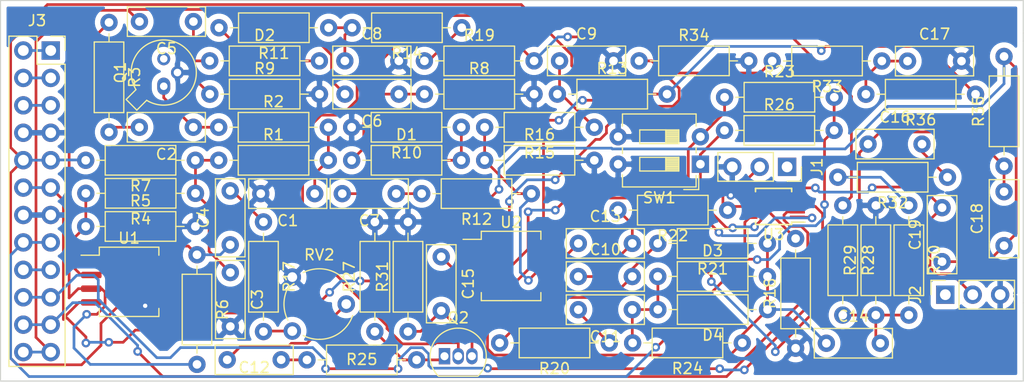
<source format=kicad_pcb>
(kicad_pcb (version 20171130) (host pcbnew "(5.1.10)-1")
  (layers (0 F.Cu signal) (31 B.Cu signal) (34 B.Paste user) (35 F.Paste user) (36 B.SilkS user) (37 F.SilkS user) (38 B.Mask user) (39 F.Mask user) (44 Edge.Cuts user))
  (net 0 "")
  (net 1 GND)
  (net 2 "Net-(C1-Pad1)")
  (net 3 "Net-(C2-Pad2)")
  (net 4 "Net-(C2-Pad1)")
  (net 5 "Net-(C3-Pad1)")
  (net 6 White_Noise)
  (net 7 "Net-(C4-Pad1)")
  (net 8 TRIG)
  (net 9 "Net-(C5-Pad1)")
  (net 10 "Net-(C6-Pad1)")
  (net 11 "Net-(C7-Pad2)")
  (net 12 "Net-(C7-Pad1)")
  (net 13 "Net-(C8-Pad1)")
  (net 14 "Net-(C9-Pad1)")
  (net 15 "Net-(C10-Pad2)")
  (net 16 "Net-(C10-Pad1)")
  (net 17 "Net-(C11-Pad2)")
  (net 18 "Net-(C11-Pad1)")
  (net 19 "Net-(C12-Pad2)")
  (net 20 "Net-(C12-Pad1)")
  (net 21 "Net-(C13-Pad1)")
  (net 22 "Net-(C14-Pad2)")
  (net 23 "Net-(C15-Pad2)")
  (net 24 "Net-(C15-Pad1)")
  (net 25 "Net-(C16-Pad2)")
  (net 26 "Net-(C17-Pad1)")
  (net 27 "Net-(C18-Pad1)")
  (net 28 Audio_Out)
  (net 29 "Net-(D2-Pad2)")
  (net 30 DIGI1)
  (net 31 SCL)
  (net 32 SDA)
  (net 33 DET)
  (net 34 5V)
  (net 35 -12V)
  (net 36 +12V)
  (net 37 A_IN)
  (net 38 A_OUT_R)
  (net 39 A_OUT_L)
  (net 40 "Net-(Q2-Pad1)")
  (net 41 "Net-(Q2-Pad2)")
  (net 42 "Net-(R3-Pad1)")
  (net 43 "Net-(R4-Pad2)")
  (net 44 "Net-(R12-Pad1)")
  (net 45 "Net-(R14-Pad1)")
  (net 46 "Net-(R17-Pad2)")
  (net 47 A0)
  (net 48 A1)
  (net 49 "Net-(R30-Pad1)")
  (net 50 "Net-(R33-Pad2)")
  (net 51 "Net-(U1-Pad6)")
  (module Package_SO:SO-8_5.3x6.2mm_P1.27mm (layer F.Cu) (at 116.3 88.09)
    (fp_text reference U2 (at 0 -4.05) (layer F.SilkS))
    (fp_text value TL072)
    (pad 8 smd roundrect (at 3.5 -1.905) (size 1.9 0.6) (layers F.Cu F.Paste F.Mask) (net 36 +12V))
    (pad 7 smd roundrect (at 3.5 -0.635) (size 1.9 0.6) (layers F.Cu F.Paste F.Mask) (net 21 "Net-(C13-Pad1)"))
    (pad 6 smd roundrect (at 3.5 0.635) (size 1.9 0.6) (layers F.Cu F.Paste F.Mask) (net 44 "Net-(R12-Pad1)"))
    (pad 5 smd roundrect (at 3.5 1.905) (size 1.9 0.6) (layers F.Cu F.Paste F.Mask) (net 15 "Net-(C10-Pad2)"))
    (pad 4 smd roundrect (at -3.5 1.905) (size 1.9 0.6) (layers F.Cu F.Paste F.Mask) (net 35 -12V))
    (pad 3 smd roundrect (at -3.5 0.635) (size 1.9 0.6) (layers F.Cu F.Paste F.Mask) (net 24 "Net-(C15-Pad1)"))
    (pad 2 smd roundrect (at -3.5 -0.635) (size 1.9 0.6) (layers F.Cu F.Paste F.Mask) (net 50 "Net-(R33-Pad2)"))
    (pad 1 smd roundrect (at -3.5 -1.905) (size 1.9 0.6) (layers F.Cu F.Paste F.Mask) (net 27 "Net-(C18-Pad1)"))
  )
  (module Package_SO:SO-8_5.3x6.2mm_P1.27mm (layer F.Cu) (at 80.91 89.56)
    (fp_text reference U1 (at 0 -4.05) (layer F.SilkS))
    (fp_text value TL072)
    (pad 8 smd roundrect (at 3.5 -1.905) (size 1.9 0.6) (layers F.Cu F.Paste F.Mask) (net 36 +12V))
    (pad 7 smd roundrect (at 3.5 -0.635) (size 1.9 0.6) (layers F.Cu F.Paste F.Mask) (net 51 "Net-(U1-Pad6)"))
    (pad 6 smd roundrect (at 3.5 0.635) (size 1.9 0.6) (layers F.Cu F.Paste F.Mask) (net 51 "Net-(U1-Pad6)"))
    (pad 5 smd roundrect (at 3.5 1.905) (size 1.9 0.6) (layers F.Cu F.Paste F.Mask) (net 1 GND))
    (pad 4 smd roundrect (at -3.5 1.905) (size 1.9 0.6) (layers F.Cu F.Paste F.Mask) (net 35 -12V))
    (pad 3 smd roundrect (at -3.5 0.635) (size 1.9 0.6) (layers F.Cu F.Paste F.Mask) (net 42 "Net-(R3-Pad1)"))
    (pad 2 smd roundrect (at -3.5 -0.635) (size 1.9 0.6) (layers F.Cu F.Paste F.Mask) (net 43 "Net-(R4-Pad2)"))
    (pad 1 smd roundrect (at -3.5 -1.905) (size 1.9 0.6) (layers F.Cu F.Paste F.Mask) (net 7 "Net-(C4-Pad1)"))
  )
  (module Button_Switch_THT:SW_DIP_SPSTx02_Slide_6.7x6.64mm_W7.62mm_P2.54mm_LowProfile (layer F.Cu) (at 133.84 78.66 180)
    (fp_text reference SW1 (at 3.81 -3.11) (layer F.SilkS))
    (fp_text value SW_DIP_x02)
    (pad 4 thru_hole oval (at 7.62 0 180) (size 1.6 1.6) (drill 0.8) (layers *.Cu *.Mask) (net 1 GND))
    (pad 2 thru_hole oval (at 0 2.54 180) (size 1.6 1.6) (drill 0.8) (layers *.Cu *.Mask) (net 47 A0))
    (pad 3 thru_hole oval (at 7.62 2.54 180) (size 1.6 1.6) (drill 0.8) (layers *.Cu *.Mask) (net 1 GND))
    (pad 1 thru_hole rect (at 0 0 180) (size 1.6 1.6) (drill 0.8) (layers *.Cu *.Mask) (net 48 A1))
  )
  (module Potentiometer_THT:Potentiometer_Piher_PT-6-V_Vertical (layer F.Cu) (at 96.03 94.12)
    (fp_text reference RV2 (at 2.5 -7.06) (layer F.SilkS))
    (fp_text value "10k ")
    (pad 1 thru_hole circle (at 0 0) (size 1.62 1.62) (drill 0.9) (layers *.Cu *.Mask) (net 46 "Net-(R17-Pad2)"))
    (pad 2 thru_hole circle (at 5 -2.5) (size 1.62 1.62) (drill 0.9) (layers *.Cu *.Mask) (net 19 "Net-(C12-Pad2)"))
    (pad 3 thru_hole circle (at 0 -5) (size 1.62 1.62) (drill 0.9) (layers *.Cu *.Mask) (net 1 GND))
  )
  (module Package_SO:MSOP-10_3x3mm_P0.5mm (layer F.Cu) (at 140.62 82.58 180)
    (fp_text reference U3 (at 0 -2.6) (layer F.SilkS))
    (fp_text value MCP46x2)
    (pad 10 smd rect (at 2.2 -1 180) (size 1.4 0.3) (layers F.Cu F.Paste F.Mask) (net 34 5V))
    (pad 9 smd rect (at 2.2 -0.5 180) (size 1.4 0.3) (layers F.Cu F.Paste F.Mask) (net 48 A1))
    (pad 8 smd rect (at 2.2 0 180) (size 1.4 0.3) (layers F.Cu F.Paste F.Mask) (net 30 DIGI1))
    (pad 7 smd rect (at 2.2 0.5 180) (size 1.4 0.3) (layers F.Cu F.Paste F.Mask) (net 1 GND))
    (pad 6 smd rect (at 2.2 1 180) (size 1.4 0.3) (layers F.Cu F.Paste F.Mask) (net 1 GND))
    (pad 5 smd rect (at -2.2 1 180) (size 1.4 0.3) (layers F.Cu F.Paste F.Mask) (net 28 Audio_Out))
    (pad 4 smd rect (at -2.2 0.5 180) (size 1.4 0.3) (layers F.Cu F.Paste F.Mask) (net 1 GND))
    (pad 3 smd rect (at -2.2 0 180) (size 1.4 0.3) (layers F.Cu F.Paste F.Mask) (net 32 SDA))
    (pad 2 smd rect (at -2.2 -0.5 180) (size 1.4 0.3) (layers F.Cu F.Paste F.Mask) (net 31 SCL))
    (pad 1 smd rect (at -2.2 -1 180) (size 1.4 0.3) (layers F.Cu F.Paste F.Mask) (net 47 A0))
  )
  (module Resistor_THT:R_Axial_DIN0207_L6.3mm_D2.5mm_P10.16mm_Horizontal (layer F.Cu) (at 159.33 72.18 180)
    (fp_text reference R36 (at 5.08 -2.37) (layer F.SilkS))
    (fp_text value 100)
    (pad 2 thru_hole oval (at 10.16 0 180) (size 1.6 1.6) (drill 0.8) (layers *.Cu *.Mask) (net 26 "Net-(C17-Pad1)"))
    (pad 1 thru_hole circle (at 0 0 180) (size 1.6 1.6) (drill 0.8) (layers *.Cu *.Mask) (net 36 +12V))
  )
  (module Resistor_THT:R_Axial_DIN0207_L6.3mm_D2.5mm_P10.16mm_Horizontal (layer F.Cu) (at 161.97 78.84 90)
    (fp_text reference R35 (at 5.08 -2.37 90) (layer F.SilkS))
    (fp_text value 560k)
    (pad 2 thru_hole oval (at 10.16 0 90) (size 1.6 1.6) (drill 0.8) (layers *.Cu *.Mask) (net 27 "Net-(C18-Pad1)"))
    (pad 1 thru_hole circle (at 0 0 90) (size 1.6 1.6) (drill 0.8) (layers *.Cu *.Mask) (net 24 "Net-(C15-Pad1)"))
  )
  (module Resistor_THT:R_Axial_DIN0207_L6.3mm_D2.5mm_P10.16mm_Horizontal (layer F.Cu) (at 128.16 69.09)
    (fp_text reference R34 (at 5.08 -2.37) (layer F.SilkS))
    (fp_text value 10k)
    (pad 2 thru_hole oval (at 10.16 0) (size 1.6 1.6) (drill 0.8) (layers *.Cu *.Mask) (net 1 GND))
    (pad 1 thru_hole circle (at 0 0) (size 1.6 1.6) (drill 0.8) (layers *.Cu *.Mask) (net 50 "Net-(R33-Pad2)"))
  )
  (module Resistor_THT:R_Axial_DIN0207_L6.3mm_D2.5mm_P10.16mm_Horizontal (layer F.Cu) (at 150.65 69.1 180)
    (fp_text reference R33 (at 5.08 -2.37) (layer F.SilkS))
    (fp_text value 10k)
    (pad 2 thru_hole oval (at 10.16 0 180) (size 1.6 1.6) (drill 0.8) (layers *.Cu *.Mask) (net 50 "Net-(R33-Pad2)"))
    (pad 1 thru_hole circle (at 0 0 180) (size 1.6 1.6) (drill 0.8) (layers *.Cu *.Mask) (net 26 "Net-(C17-Pad1)"))
  )
  (module Resistor_THT:R_Axial_DIN0207_L6.3mm_D2.5mm_P10.16mm_Horizontal (layer F.Cu) (at 156.73 79.87 180)
    (fp_text reference R32 (at 5.08 -2.37) (layer F.SilkS))
    (fp_text value 670k)
    (pad 2 thru_hole oval (at 10.16 0 180) (size 1.6 1.6) (drill 0.8) (layers *.Cu *.Mask) (net 49 "Net-(R30-Pad1)"))
    (pad 1 thru_hole circle (at 0 0 180) (size 1.6 1.6) (drill 0.8) (layers *.Cu *.Mask) (net 25 "Net-(C16-Pad2)"))
  )
  (module Resistor_THT:R_Axial_DIN0207_L6.3mm_D2.5mm_P10.16mm_Horizontal (layer F.Cu) (at 106.75 94.17 90)
    (fp_text reference R31 (at 5.08 -2.37 90) (layer F.SilkS))
    (fp_text value 100k)
    (pad 2 thru_hole oval (at 10.16 0 90) (size 1.6 1.6) (drill 0.8) (layers *.Cu *.Mask) (net 1 GND))
    (pad 1 thru_hole circle (at 0 0 90) (size 1.6 1.6) (drill 0.8) (layers *.Cu *.Mask) (net 23 "Net-(C15-Pad2)"))
  )
  (module Resistor_THT:R_Axial_DIN0207_L6.3mm_D2.5mm_P10.16mm_Horizontal (layer F.Cu) (at 153.15 82.48 270)
    (fp_text reference R30 (at 5.08 -2.37 90) (layer F.SilkS))
    (fp_text value 1M)
    (pad 2 thru_hole oval (at 10.16 0 270) (size 1.6 1.6) (drill 0.8) (layers *.Cu *.Mask) (net 22 "Net-(C14-Pad2)"))
    (pad 1 thru_hole circle (at 0 0 270) (size 1.6 1.6) (drill 0.8) (layers *.Cu *.Mask) (net 49 "Net-(R30-Pad1)"))
  )
  (module Resistor_THT:R_Axial_DIN0207_L6.3mm_D2.5mm_P10.16mm_Horizontal (layer F.Cu) (at 150.09 92.64 90)
    (fp_text reference R29 (at 5.08 -2.37 90) (layer F.SilkS))
    (fp_text value 100k)
    (pad 2 thru_hole oval (at 10.16 0 90) (size 1.6 1.6) (drill 0.8) (layers *.Cu *.Mask) (net 1 GND))
    (pad 1 thru_hole circle (at 0 0 90) (size 1.6 1.6) (drill 0.8) (layers *.Cu *.Mask) (net 22 "Net-(C14-Pad2)"))
  )
  (module Resistor_THT:R_Axial_DIN0207_L6.3mm_D2.5mm_P10.16mm_Horizontal (layer F.Cu) (at 147.03 82.48 270)
    (fp_text reference R28 (at 5.08 -2.37 90) (layer F.SilkS))
    (fp_text value R)
    (pad 2 thru_hole oval (at 10.16 0 270) (size 1.6 1.6) (drill 0.8) (layers *.Cu *.Mask) (net 22 "Net-(C14-Pad2)"))
    (pad 1 thru_hole circle (at 0 0 270) (size 1.6 1.6) (drill 0.8) (layers *.Cu *.Mask) (net 41 "Net-(Q2-Pad2)"))
  )
  (module Resistor_THT:R_Axial_DIN0207_L6.3mm_D2.5mm_P10.16mm_Horizontal (layer F.Cu) (at 103.68 94.17 90)
    (fp_text reference R27 (at 5.08 -2.37 90) (layer F.SilkS))
    (fp_text value 1k)
    (pad 2 thru_hole oval (at 10.16 0 90) (size 1.6 1.6) (drill 0.8) (layers *.Cu *.Mask) (net 1 GND))
    (pad 1 thru_hole circle (at 0 0 90) (size 1.6 1.6) (drill 0.8) (layers *.Cu *.Mask) (net 40 "Net-(Q2-Pad1)"))
  )
  (module Resistor_THT:R_Axial_DIN0207_L6.3mm_D2.5mm_P10.16mm_Horizontal (layer F.Cu) (at 136.07 75.53)
    (fp_text reference R26 (at 5.08 -2.37) (layer F.SilkS))
    (fp_text value 10k)
    (pad 2 thru_hole oval (at 10.16 0) (size 1.6 1.6) (drill 0.8) (layers *.Cu *.Mask) (net 34 5V))
    (pad 1 thru_hole circle (at 0 0) (size 1.6 1.6) (drill 0.8) (layers *.Cu *.Mask) (net 48 A1))
  )
  (module Resistor_THT:R_Axial_DIN0207_L6.3mm_D2.5mm_P10.16mm_Horizontal (layer F.Cu) (at 107.55 96.79 180)
    (fp_text reference R25 (at 5.08 0.04) (layer F.SilkS))
    (fp_text value 12k)
    (pad 2 thru_hole oval (at 10.16 0 180) (size 1.6 1.6) (drill 0.8) (layers *.Cu *.Mask) (net 20 "Net-(C12-Pad1)"))
    (pad 1 thru_hole circle (at 0 0 180) (size 1.6 1.6) (drill 0.8) (layers *.Cu *.Mask) (net 40 "Net-(Q2-Pad1)"))
  )
  (module Resistor_THT:R_Axial_DIN0207_L6.3mm_D2.5mm_P10.16mm_Horizontal (layer F.Cu) (at 137.72 95.22 180)
    (fp_text reference R24 (at 5.08 -2.37) (layer F.SilkS))
    (fp_text value 2.2M)
    (pad 2 thru_hole oval (at 10.16 0 180) (size 1.6 1.6) (drill 0.8) (layers *.Cu *.Mask) (net 18 "Net-(C11-Pad1)"))
    (pad 1 thru_hole circle (at 0 0 180) (size 1.6 1.6) (drill 0.8) (layers *.Cu *.Mask) (net 21 "Net-(C13-Pad1)"))
  )
  (module Resistor_THT:R_Axial_DIN0207_L6.3mm_D2.5mm_P10.16mm_Horizontal (layer F.Cu) (at 136.08 72.46)
    (fp_text reference R23 (at 5.08 -2.37) (layer F.SilkS))
    (fp_text value 10k)
    (pad 2 thru_hole oval (at 10.16 0) (size 1.6 1.6) (drill 0.8) (layers *.Cu *.Mask) (net 34 5V))
    (pad 1 thru_hole circle (at 0 0) (size 1.6 1.6) (drill 0.8) (layers *.Cu *.Mask) (net 47 A0))
  )
  (module Resistor_THT:R_Axial_DIN0207_L6.3mm_D2.5mm_P10.16mm_Horizontal (layer F.Cu) (at 136.36 82.92 180)
    (fp_text reference R22 (at 5.08 -2.37) (layer F.SilkS))
    (fp_text value 220)
    (pad 2 thru_hole oval (at 10.16 0 180) (size 1.6 1.6) (drill 0.8) (layers *.Cu *.Mask) (net 16 "Net-(C10-Pad1)"))
    (pad 1 thru_hole circle (at 0 0 180) (size 1.6 1.6) (drill 0.8) (layers *.Cu *.Mask) (net 30 DIGI1))
  )
  (module Resistor_THT:R_Axial_DIN0207_L6.3mm_D2.5mm_P10.16mm_Horizontal (layer F.Cu) (at 140.05 86 180)
    (fp_text reference R21 (at 5.08 -2.37) (layer F.SilkS))
    (fp_text value 1M)
    (pad 2 thru_hole oval (at 10.16 0 180) (size 1.6 1.6) (drill 0.8) (layers *.Cu *.Mask) (net 15 "Net-(C10-Pad2)"))
    (pad 1 thru_hole circle (at 0 0 180) (size 1.6 1.6) (drill 0.8) (layers *.Cu *.Mask) (net 21 "Net-(C13-Pad1)"))
  )
  (module Resistor_THT:R_Axial_DIN0207_L6.3mm_D2.5mm_P10.16mm_Horizontal (layer F.Cu) (at 125.4 95.22 180)
    (fp_text reference R20 (at 5.08 -2.37) (layer F.SilkS))
    (fp_text value "2.2M ")
    (pad 2 thru_hole oval (at 10.16 0 180) (size 1.6 1.6) (drill 0.8) (layers *.Cu *.Mask) (net 15 "Net-(C10-Pad2)"))
    (pad 1 thru_hole circle (at 0 0 180) (size 1.6 1.6) (drill 0.8) (layers *.Cu *.Mask) (net 17 "Net-(C11-Pad2)"))
  )
  (module Resistor_THT:R_Axial_DIN0207_L6.3mm_D2.5mm_P10.16mm_Horizontal (layer F.Cu) (at 108.27 69.09)
    (fp_text reference R19 (at 5.08 -2.37) (layer F.SilkS))
    (fp_text value 470k)
    (pad 2 thru_hole oval (at 10.16 0) (size 1.6 1.6) (drill 0.8) (layers *.Cu *.Mask) (net 41 "Net-(Q2-Pad2)"))
    (pad 1 thru_hole circle (at 0 0) (size 1.6 1.6) (drill 0.8) (layers *.Cu *.Mask) (net 45 "Net-(R14-Pad1)"))
  )
  (module Resistor_THT:R_Axial_DIN0207_L6.3mm_D2.5mm_P10.16mm_Horizontal (layer F.Cu) (at 142.66 95.71 90)
    (fp_text reference R18 (at 5.08 -2.37 90) (layer F.SilkS))
    (fp_text value 2.2k)
    (pad 2 thru_hole oval (at 10.16 0 90) (size 1.6 1.6) (drill 0.8) (layers *.Cu *.Mask) (net 30 DIGI1))
    (pad 1 thru_hole circle (at 0 0 90) (size 1.6 1.6) (drill 0.8) (layers *.Cu *.Mask) (net 1 GND))
  )
  (module Resistor_THT:R_Axial_DIN0207_L6.3mm_D2.5mm_P10.16mm_Horizontal (layer F.Cu) (at 93.36 84.01 270)
    (fp_text reference R17 (at 5.08 -2.37 90) (layer F.SilkS))
    (fp_text value 6.8k)
    (pad 2 thru_hole oval (at 10.16 0 270) (size 1.6 1.6) (drill 0.8) (layers *.Cu *.Mask) (net 46 "Net-(R17-Pad2)"))
    (pad 1 thru_hole circle (at 0 0 270) (size 1.6 1.6) (drill 0.8) (layers *.Cu *.Mask) (net 6 White_Noise))
  )
  (module Resistor_THT:R_Axial_DIN0207_L6.3mm_D2.5mm_P10.16mm_Horizontal (layer F.Cu) (at 113.85 78.3)
    (fp_text reference R16 (at 5.08 -2.37) (layer F.SilkS))
    (fp_text value 47k)
    (pad 2 thru_hole oval (at 10.16 0) (size 1.6 1.6) (drill 0.8) (layers *.Cu *.Mask) (net 1 GND))
    (pad 1 thru_hole circle (at 0 0) (size 1.6 1.6) (drill 0.8) (layers *.Cu *.Mask) (net 44 "Net-(R12-Pad1)"))
  )
  (module Resistor_THT:R_Axial_DIN0207_L6.3mm_D2.5mm_P10.16mm_Horizontal (layer F.Cu) (at 124.01 75.24 180)
    (fp_text reference R15 (at 5.08 -2.37) (layer F.SilkS))
    (fp_text value 22k)
    (pad 2 thru_hole oval (at 10.16 0 180) (size 1.6 1.6) (drill 0.8) (layers *.Cu *.Mask) (net 44 "Net-(R12-Pad1)"))
    (pad 1 thru_hole circle (at 0 0 180) (size 1.6 1.6) (drill 0.8) (layers *.Cu *.Mask) (net 14 "Net-(C9-Pad1)"))
  )
  (module Resistor_THT:R_Axial_DIN0207_L6.3mm_D2.5mm_P10.16mm_Horizontal (layer F.Cu) (at 111.73 66.02 180)
    (fp_text reference R14 (at 5.08 -2.37) (layer F.SilkS))
    (fp_text value 1M)
    (pad 2 thru_hole oval (at 10.16 0 180) (size 1.6 1.6) (drill 0.8) (layers *.Cu *.Mask) (net 13 "Net-(C8-Pad1)"))
    (pad 1 thru_hole circle (at 0 0 180) (size 1.6 1.6) (drill 0.8) (layers *.Cu *.Mask) (net 45 "Net-(R14-Pad1)"))
  )
  (module Resistor_THT:R_Axial_DIN0207_L6.3mm_D2.5mm_P10.16mm_Horizontal (layer F.Cu) (at 120.59 72.17)
    (fp_text reference R13 (at 5.08 -2.37) (layer F.SilkS))
    (fp_text value 10k)
    (pad 2 thru_hole oval (at 10.16 0) (size 1.6 1.6) (drill 0.8) (layers *.Cu *.Mask) (net 36 +12V))
    (pad 1 thru_hole circle (at 0 0) (size 1.6 1.6) (drill 0.8) (layers *.Cu *.Mask) (net 14 "Net-(C9-Pad1)"))
  )
  (module Resistor_THT:R_Axial_DIN0207_L6.3mm_D2.5mm_P10.16mm_Horizontal (layer F.Cu) (at 118.18 81.39 180)
    (fp_text reference R12 (at 5.08 -2.37) (layer F.SilkS))
    (fp_text value 47k)
    (pad 2 thru_hole oval (at 10.16 0 180) (size 1.6 1.6) (drill 0.8) (layers *.Cu *.Mask) (net 12 "Net-(C7-Pad1)"))
    (pad 1 thru_hole circle (at 0 0 180) (size 1.6 1.6) (drill 0.8) (layers *.Cu *.Mask) (net 44 "Net-(R12-Pad1)"))
  )
  (module Resistor_THT:R_Axial_DIN0207_L6.3mm_D2.5mm_P10.16mm_Horizontal (layer F.Cu) (at 99.4 66.02 180)
    (fp_text reference R11 (at 5.08 -2.37) (layer F.SilkS))
    (fp_text value 100)
    (pad 2 thru_hole oval (at 10.16 0 180) (size 1.6 1.6) (drill 0.8) (layers *.Cu *.Mask) (net 29 "Net-(D2-Pad2)"))
    (pad 1 thru_hole circle (at 0 0 180) (size 1.6 1.6) (drill 0.8) (layers *.Cu *.Mask) (net 13 "Net-(C8-Pad1)"))
  )
  (module Resistor_THT:R_Axial_DIN0207_L6.3mm_D2.5mm_P10.16mm_Horizontal (layer F.Cu) (at 111.69 75.24 180)
    (fp_text reference R10 (at 5.08 -2.37) (layer F.SilkS))
    (fp_text value 47k)
    (pad 2 thru_hole oval (at 10.16 0 180) (size 1.6 1.6) (drill 0.8) (layers *.Cu *.Mask) (net 1 GND))
    (pad 1 thru_hole circle (at 0 0 180) (size 1.6 1.6) (drill 0.8) (layers *.Cu *.Mask) (net 11 "Net-(C7-Pad2)"))
  )
  (module Resistor_THT:R_Axial_DIN0207_L6.3mm_D2.5mm_P10.16mm_Horizontal (layer F.Cu) (at 88.39 72.17)
    (fp_text reference R9 (at 5.08 -2.37) (layer F.SilkS))
    (fp_text value 33k)
    (pad 2 thru_hole oval (at 10.16 0) (size 1.6 1.6) (drill 0.8) (layers *.Cu *.Mask) (net 1 GND))
    (pad 1 thru_hole circle (at 0 0) (size 1.6 1.6) (drill 0.8) (layers *.Cu *.Mask) (net 9 "Net-(C5-Pad1)"))
  )
  (module Resistor_THT:R_Axial_DIN0207_L6.3mm_D2.5mm_P10.16mm_Horizontal (layer F.Cu) (at 108.27 72.17)
    (fp_text reference R8 (at 5.08 -2.37) (layer F.SilkS))
    (fp_text value 47k)
    (pad 2 thru_hole oval (at 10.16 0) (size 1.6 1.6) (drill 0.8) (layers *.Cu *.Mask) (net 1 GND))
    (pad 1 thru_hole circle (at 0 0) (size 1.6 1.6) (drill 0.8) (layers *.Cu *.Mask) (net 10 "Net-(C6-Pad1)"))
  )
  (module Resistor_THT:R_Axial_DIN0207_L6.3mm_D2.5mm_P10.16mm_Horizontal (layer F.Cu) (at 87.05 78.3 180)
    (fp_text reference R7 (at 5.08 -2.37) (layer F.SilkS))
    (fp_text value 100)
    (pad 2 thru_hole oval (at 10.16 0 180) (size 1.6 1.6) (drill 0.8) (layers *.Cu *.Mask) (net 36 +12V))
    (pad 1 thru_hole circle (at 0 0 180) (size 1.6 1.6) (drill 0.8) (layers *.Cu *.Mask) (net 5 "Net-(C3-Pad1)"))
  )
  (module Resistor_THT:R_Axial_DIN0207_L6.3mm_D2.5mm_P10.16mm_Horizontal (layer F.Cu) (at 87.2 87.05 270)
    (fp_text reference R6 (at 5.08 -2.37 90) (layer F.SilkS))
    (fp_text value 1M)
    (pad 2 thru_hole oval (at 10.16 0 270) (size 1.6 1.6) (drill 0.8) (layers *.Cu *.Mask) (net 42 "Net-(R3-Pad1)"))
    (pad 1 thru_hole circle (at 0 0 270) (size 1.6 1.6) (drill 0.8) (layers *.Cu *.Mask) (net 7 "Net-(C4-Pad1)"))
  )
  (module Resistor_THT:R_Axial_DIN0207_L6.3mm_D2.5mm_P10.16mm_Horizontal (layer F.Cu) (at 76.89 84.43)
    (fp_text reference R5 (at 5.08 -2.37) (layer F.SilkS))
    (fp_text value 10k)
    (pad 2 thru_hole oval (at 10.16 0) (size 1.6 1.6) (drill 0.8) (layers *.Cu *.Mask) (net 1 GND))
    (pad 1 thru_hole circle (at 0 0) (size 1.6 1.6) (drill 0.8) (layers *.Cu *.Mask) (net 43 "Net-(R4-Pad2)"))
  )
  (module Resistor_THT:R_Axial_DIN0207_L6.3mm_D2.5mm_P10.16mm_Horizontal (layer F.Cu) (at 87.06 81.36 180)
    (fp_text reference R4 (at 5.08 -2.37) (layer F.SilkS))
    (fp_text value 10k)
    (pad 2 thru_hole oval (at 10.16 0 180) (size 1.6 1.6) (drill 0.8) (layers *.Cu *.Mask) (net 43 "Net-(R4-Pad2)"))
    (pad 1 thru_hole circle (at 0 0 180) (size 1.6 1.6) (drill 0.8) (layers *.Cu *.Mask) (net 5 "Net-(C3-Pad1)"))
  )
  (module Resistor_THT:R_Axial_DIN0207_L6.3mm_D2.5mm_P10.16mm_Horizontal (layer F.Cu) (at 79.05 65.53 270)
    (fp_text reference R3 (at 5.08 -2.37 90) (layer F.SilkS))
    (fp_text value 3.3k)
    (pad 2 thru_hole oval (at 10.16 0 270) (size 1.6 1.6) (drill 0.8) (layers *.Cu *.Mask) (net 3 "Net-(C2-Pad2)"))
    (pad 1 thru_hole circle (at 0 0 270) (size 1.6 1.6) (drill 0.8) (layers *.Cu *.Mask) (net 42 "Net-(R3-Pad1)"))
  )
  (module Resistor_THT:R_Axial_DIN0207_L6.3mm_D2.5mm_P10.16mm_Horizontal (layer F.Cu) (at 89.21 75.24)
    (fp_text reference R2 (at 5.08 -2.37) (layer F.SilkS))
    (fp_text value 1M)
    (pad 2 thru_hole oval (at 10.16 0) (size 1.6 1.6) (drill 0.8) (layers *.Cu *.Mask) (net 2 "Net-(C1-Pad1)"))
    (pad 1 thru_hole circle (at 0 0) (size 1.6 1.6) (drill 0.8) (layers *.Cu *.Mask) (net 4 "Net-(C2-Pad1)"))
  )
  (module Resistor_THT:R_Axial_DIN0207_L6.3mm_D2.5mm_P10.16mm_Horizontal (layer F.Cu) (at 89.21 78.3)
    (fp_text reference R1 (at 5.08 -2.37) (layer F.SilkS))
    (fp_text value 100k)
    (pad 2 thru_hole oval (at 10.16 0) (size 1.6 1.6) (drill 0.8) (layers *.Cu *.Mask) (net 2 "Net-(C1-Pad1)"))
    (pad 1 thru_hole circle (at 0 0) (size 1.6 1.6) (drill 0.8) (layers *.Cu *.Mask) (net 5 "Net-(C3-Pad1)"))
  )
  (module Package_TO_SOT_THT:TO-92_Inline (layer F.Cu) (at 110.13 96.45)
    (fp_text reference Q2 (at 1.27 -3.56) (layer F.SilkS))
    (fp_text value BC559)
    (pad 1 thru_hole rect (at 0 0) (size 1.05 1.5) (drill 0.75) (layers *.Cu *.Mask) (net 40 "Net-(Q2-Pad1)"))
    (pad 3 thru_hole oval (at 2.54 0) (size 1.05 1.5) (drill 0.75) (layers *.Cu *.Mask) (net 23 "Net-(C15-Pad2)"))
    (pad 2 thru_hole oval (at 1.27 0) (size 1.05 1.5) (drill 0.75) (layers *.Cu *.Mask) (net 41 "Net-(Q2-Pad2)"))
  )
  (module Package_TO_SOT_THT:TO-18-3 (layer F.Cu) (at 84.12 71.44 90)
    (fp_text reference Q1 (at 1.27 -4.02 90) (layer F.SilkS))
    (fp_text value BC108)
    (pad 3 thru_hole oval (at 2.54 0 90) (size 1.2 1.2) (drill 0.7) (layers *.Cu *.Mask))
    (pad 2 thru_hole oval (at 1.27 1.27 90) (size 1.2 1.2) (drill 0.7) (layers *.Cu *.Mask) (net 1 GND))
    (pad 1 thru_hole oval (at 0 0 90) (size 1.6 1.2) (drill 0.7) (layers *.Cu *.Mask) (net 4 "Net-(C2-Pad1)"))
  )
  (module Connector_PinSocket_2.54mm:PinSocket_2x12_P2.54mm_Vertical (layer F.Cu) (at 73.65 68.13)
    (fp_text reference J3 (at -1.27 -2.77) (layer F.SilkS))
    (fp_text value Conn_02x12_Odd_Even)
    (pad 24 thru_hole oval (at -2.54 27.94) (size 1.7 1.7) (drill 1) (layers *.Cu *.Mask) (net 8 TRIG))
    (pad 23 thru_hole oval (at 0 27.94) (size 1.7 1.7) (drill 1) (layers *.Cu *.Mask) (net 8 TRIG))
    (pad 22 thru_hole oval (at -2.54 25.4) (size 1.7 1.7) (drill 1) (layers *.Cu *.Mask) (net 31 SCL))
    (pad 21 thru_hole oval (at 0 25.4) (size 1.7 1.7) (drill 1) (layers *.Cu *.Mask) (net 31 SCL))
    (pad 20 thru_hole oval (at -2.54 22.86) (size 1.7 1.7) (drill 1) (layers *.Cu *.Mask) (net 32 SDA))
    (pad 19 thru_hole oval (at 0 22.86) (size 1.7 1.7) (drill 1) (layers *.Cu *.Mask) (net 32 SDA))
    (pad 18 thru_hole oval (at -2.54 20.32) (size 1.7 1.7) (drill 1) (layers *.Cu *.Mask) (net 33 DET))
    (pad 17 thru_hole oval (at 0 20.32) (size 1.7 1.7) (drill 1) (layers *.Cu *.Mask) (net 33 DET))
    (pad 16 thru_hole oval (at -2.54 17.78) (size 1.7 1.7) (drill 1) (layers *.Cu *.Mask) (net 34 5V))
    (pad 15 thru_hole oval (at 0 17.78) (size 1.7 1.7) (drill 1) (layers *.Cu *.Mask) (net 34 5V))
    (pad 14 thru_hole oval (at -2.54 15.24) (size 1.7 1.7) (drill 1) (layers *.Cu *.Mask) (net 1 GND))
    (pad 13 thru_hole oval (at 0 15.24) (size 1.7 1.7) (drill 1) (layers *.Cu *.Mask) (net 1 GND))
    (pad 12 thru_hole oval (at -2.54 12.7) (size 1.7 1.7) (drill 1) (layers *.Cu *.Mask) (net 35 -12V))
    (pad 11 thru_hole oval (at 0 12.7) (size 1.7 1.7) (drill 1) (layers *.Cu *.Mask) (net 35 -12V))
    (pad 10 thru_hole oval (at -2.54 10.16) (size 1.7 1.7) (drill 1) (layers *.Cu *.Mask) (net 36 +12V))
    (pad 9 thru_hole oval (at 0 10.16) (size 1.7 1.7) (drill 1) (layers *.Cu *.Mask) (net 36 +12V))
    (pad 8 thru_hole oval (at -2.54 7.62) (size 1.7 1.7) (drill 1) (layers *.Cu *.Mask) (net 1 GND))
    (pad 7 thru_hole oval (at 0 7.62) (size 1.7 1.7) (drill 1) (layers *.Cu *.Mask) (net 1 GND))
    (pad 6 thru_hole oval (at -2.54 5.08) (size 1.7 1.7) (drill 1) (layers *.Cu *.Mask) (net 37 A_IN))
    (pad 5 thru_hole oval (at 0 5.08) (size 1.7 1.7) (drill 1) (layers *.Cu *.Mask) (net 37 A_IN))
    (pad 4 thru_hole oval (at -2.54 2.54) (size 1.7 1.7) (drill 1) (layers *.Cu *.Mask) (net 38 A_OUT_R))
    (pad 3 thru_hole oval (at 0 2.54) (size 1.7 1.7) (drill 1) (layers *.Cu *.Mask) (net 38 A_OUT_R))
    (pad 2 thru_hole oval (at -2.54 0) (size 1.7 1.7) (drill 1) (layers *.Cu *.Mask) (net 39 A_OUT_L))
    (pad 1 thru_hole rect (at 0 0) (size 1.7 1.7) (drill 1) (layers *.Cu *.Mask) (net 39 A_OUT_L))
  )
  (module Connector_PinSocket_2.54mm:PinSocket_1x03_P2.54mm_Vertical (layer F.Cu) (at 156.53 90.75 90)
    (fp_text reference J2 (at 0 -2.77 90) (layer F.SilkS))
    (fp_text value Conn_01x03)
    (pad 3 thru_hole oval (at 0 5.08 90) (size 1.7 1.7) (drill 1) (layers *.Cu *.Mask) (net 1 GND))
    (pad 2 thru_hole oval (at 0 2.54 90) (size 1.7 1.7) (drill 1) (layers *.Cu *.Mask) (net 28 Audio_Out))
    (pad 1 thru_hole rect (at 0 0 90) (size 1.7 1.7) (drill 1) (layers *.Cu *.Mask))
  )
  (module Connector_PinSocket_2.54mm:PinSocket_1x03_P2.54mm_Vertical (layer F.Cu) (at 141.87 78.91 270)
    (fp_text reference J1 (at 0 -2.77 90) (layer F.SilkS))
    (fp_text value Conn_01x03)
    (pad 3 thru_hole oval (at 0 5.08 270) (size 1.7 1.7) (drill 1) (layers *.Cu *.Mask) (net 1 GND))
    (pad 2 thru_hole oval (at 0 2.54 270) (size 1.7 1.7) (drill 1) (layers *.Cu *.Mask) (net 30 DIGI1))
    (pad 1 thru_hole rect (at 0 0 270) (size 1.7 1.7) (drill 1) (layers *.Cu *.Mask))
  )
  (module Resistor_THT:R_Axial_DIN0207_L6.3mm_D2.5mm_P10.16mm_Horizontal (layer F.Cu) (at 140.06 92.13 180)
    (fp_text reference D4 (at 5.08 -2.37) (layer F.SilkS))
    (fp_text value D)
    (pad 2 thru_hole oval (at 10.16 0 180) (size 1.6 1.6) (drill 0.8) (layers *.Cu *.Mask) (net 18 "Net-(C11-Pad1)"))
    (pad 1 thru_hole circle (at 0 0 180) (size 1.6 1.6) (drill 0.8) (layers *.Cu *.Mask) (net 21 "Net-(C13-Pad1)"))
  )
  (module Resistor_THT:R_Axial_DIN0207_L6.3mm_D2.5mm_P10.16mm_Horizontal (layer F.Cu) (at 129.89 89.06)
    (fp_text reference D3 (at 5.08 -2.37) (layer F.SilkS))
    (fp_text value D)
    (pad 2 thru_hole oval (at 10.16 0) (size 1.6 1.6) (drill 0.8) (layers *.Cu *.Mask) (net 21 "Net-(C13-Pad1)"))
    (pad 1 thru_hole circle (at 0 0) (size 1.6 1.6) (drill 0.8) (layers *.Cu *.Mask) (net 18 "Net-(C11-Pad1)"))
  )
  (module Resistor_THT:R_Axial_DIN0207_L6.3mm_D2.5mm_P10.16mm_Horizontal (layer F.Cu) (at 88.38 69.09)
    (fp_text reference D2 (at 5.08 -2.37) (layer F.SilkS))
    (fp_text value D)
    (pad 2 thru_hole oval (at 10.16 0) (size 1.6 1.6) (drill 0.8) (layers *.Cu *.Mask) (net 29 "Net-(D2-Pad2)"))
    (pad 1 thru_hole circle (at 0 0) (size 1.6 1.6) (drill 0.8) (layers *.Cu *.Mask) (net 9 "Net-(C5-Pad1)"))
  )
  (module Resistor_THT:R_Axial_DIN0207_L6.3mm_D2.5mm_P10.16mm_Horizontal (layer F.Cu) (at 101.53 78.3)
    (fp_text reference D1 (at 5.08 -2.37) (layer F.SilkS))
    (fp_text value D)
    (pad 2 thru_hole oval (at 10.16 0) (size 1.6 1.6) (drill 0.8) (layers *.Cu *.Mask) (net 11 "Net-(C7-Pad2)"))
    (pad 1 thru_hole circle (at 0 0) (size 1.6 1.6) (drill 0.8) (layers *.Cu *.Mask) (net 10 "Net-(C6-Pad1)"))
  )
  (module Capacitor_THT:C_Disc_D7.0mm_W2.5mm_P5.00mm (layer F.Cu) (at 156.23 87.69 90)
    (fp_text reference C19 (at 2.5 -2.5 90) (layer F.SilkS))
    (fp_text value 1u)
    (pad 2 thru_hole circle (at 5 0 90) (size 1.6 1.6) (drill 0.8) (layers *.Cu *.Mask) (net 28 Audio_Out))
    (pad 1 thru_hole circle (at 0 0 90) (size 1.6 1.6) (drill 0.8) (layers *.Cu *.Mask) (net 27 "Net-(C18-Pad1)"))
  )
  (module Capacitor_THT:C_Disc_D7.0mm_W2.5mm_P5.00mm (layer F.Cu) (at 161.97 86.21 90)
    (fp_text reference C18 (at 2.5 -2.5 90) (layer F.SilkS))
    (fp_text value 68p)
    (pad 2 thru_hole circle (at 5 0 90) (size 1.6 1.6) (drill 0.8) (layers *.Cu *.Mask) (net 24 "Net-(C15-Pad1)"))
    (pad 1 thru_hole circle (at 0 0 90) (size 1.6 1.6) (drill 0.8) (layers *.Cu *.Mask) (net 27 "Net-(C18-Pad1)"))
  )
  (module Capacitor_THT:C_Disc_D7.0mm_W2.5mm_P5.00mm (layer F.Cu) (at 153.03 69.11)
    (fp_text reference C17 (at 2.5 -2.5) (layer F.SilkS))
    (fp_text value 10u)
    (pad 2 thru_hole circle (at 5 0) (size 1.6 1.6) (drill 0.8) (layers *.Cu *.Mask) (net 1 GND))
    (pad 1 thru_hole circle (at 0 0) (size 1.6 1.6) (drill 0.8) (layers *.Cu *.Mask) (net 26 "Net-(C17-Pad1)"))
  )
  (module Capacitor_THT:C_Disc_D7.0mm_W2.5mm_P5.00mm (layer F.Cu) (at 149.37 76.8)
    (fp_text reference C16 (at 2.5 -2.5) (layer F.SilkS))
    (fp_text value 1u)
    (pad 2 thru_hole circle (at 5 0) (size 1.6 1.6) (drill 0.8) (layers *.Cu *.Mask) (net 25 "Net-(C16-Pad2)"))
    (pad 1 thru_hole circle (at 0 0) (size 1.6 1.6) (drill 0.8) (layers *.Cu *.Mask) (net 24 "Net-(C15-Pad1)"))
  )
  (module Capacitor_THT:C_Disc_D7.0mm_W2.5mm_P5.00mm (layer F.Cu) (at 109.83 87.24 270)
    (fp_text reference C15 (at 2.5 -2.5 90) (layer F.SilkS))
    (fp_text value 22n)
    (pad 2 thru_hole circle (at 5 0 270) (size 1.6 1.6) (drill 0.8) (layers *.Cu *.Mask) (net 23 "Net-(C15-Pad2)"))
    (pad 1 thru_hole circle (at 0 0 270) (size 1.6 1.6) (drill 0.8) (layers *.Cu *.Mask) (net 24 "Net-(C15-Pad1)"))
  )
  (module Capacitor_THT:C_Disc_D7.0mm_W2.5mm_P5.00mm (layer F.Cu) (at 145.51 95.25)
    (fp_text reference C14 (at 2.5 -2.5) (layer F.SilkS))
    (fp_text value 1u)
    (pad 2 thru_hole circle (at 5 0) (size 1.6 1.6) (drill 0.8) (layers *.Cu *.Mask) (net 22 "Net-(C14-Pad2)"))
    (pad 1 thru_hole circle (at 0 0) (size 1.6 1.6) (drill 0.8) (layers *.Cu *.Mask) (net 21 "Net-(C13-Pad1)"))
  )
  (module Capacitor_THT:C_Disc_D7.0mm_W2.5mm_P5.00mm (layer F.Cu) (at 122.53 86)
    (fp_text reference C13 (at 2.5 -2.5) (layer F.SilkS))
    (fp_text value 33n)
    (pad 2 thru_hole circle (at 5 0) (size 1.6 1.6) (drill 0.8) (layers *.Cu *.Mask) (net 16 "Net-(C10-Pad1)"))
    (pad 1 thru_hole circle (at 0 0) (size 1.6 1.6) (drill 0.8) (layers *.Cu *.Mask) (net 21 "Net-(C13-Pad1)"))
  )
  (module Capacitor_THT:C_Disc_D7.0mm_W2.5mm_P5.00mm (layer F.Cu) (at 95 96.78 180)
    (fp_text reference C12 (at 2.5 -0.72) (layer F.SilkS))
    (fp_text value 10n)
    (pad 2 thru_hole circle (at 5 0 180) (size 1.6 1.6) (drill 0.8) (layers *.Cu *.Mask) (net 19 "Net-(C12-Pad2)"))
    (pad 1 thru_hole circle (at 0 0 180) (size 1.6 1.6) (drill 0.8) (layers *.Cu *.Mask) (net 20 "Net-(C12-Pad1)"))
  )
  (module Capacitor_THT:C_Disc_D7.0mm_W2.5mm_P5.00mm (layer F.Cu) (at 127.53 92.14 180)
    (fp_text reference C11 (at 2.5 -2.5) (layer F.SilkS))
    (fp_text value 1u)
    (pad 2 thru_hole circle (at 5 0 180) (size 1.6 1.6) (drill 0.8) (layers *.Cu *.Mask) (net 17 "Net-(C11-Pad2)"))
    (pad 1 thru_hole circle (at 0 0 180) (size 1.6 1.6) (drill 0.8) (layers *.Cu *.Mask) (net 18 "Net-(C11-Pad1)"))
  )
  (module Capacitor_THT:C_Disc_D7.0mm_W2.5mm_P5.00mm (layer F.Cu) (at 122.53 89.07)
    (fp_text reference C10 (at 2.5 -2.5) (layer F.SilkS))
    (fp_text value 33n)
    (pad 2 thru_hole circle (at 5 0) (size 1.6 1.6) (drill 0.8) (layers *.Cu *.Mask) (net 15 "Net-(C10-Pad2)"))
    (pad 1 thru_hole circle (at 0 0) (size 1.6 1.6) (drill 0.8) (layers *.Cu *.Mask) (net 16 "Net-(C10-Pad1)"))
  )
  (module Capacitor_THT:C_Disc_D7.0mm_W2.5mm_P5.00mm (layer F.Cu) (at 120.79 69.09)
    (fp_text reference C9 (at 2.5 -2.5) (layer F.SilkS))
    (fp_text value 22u)
    (pad 2 thru_hole circle (at 5 0) (size 1.6 1.6) (drill 0.8) (layers *.Cu *.Mask) (net 1 GND))
    (pad 1 thru_hole circle (at 0 0) (size 1.6 1.6) (drill 0.8) (layers *.Cu *.Mask) (net 14 "Net-(C9-Pad1)"))
  )
  (module Capacitor_THT:C_Disc_D7.0mm_W2.5mm_P5.00mm (layer F.Cu) (at 100.9 69.09)
    (fp_text reference C8 (at 2.5 -2.5) (layer F.SilkS))
    (fp_text value 33n)
    (pad 2 thru_hole circle (at 5 0) (size 1.6 1.6) (drill 0.8) (layers *.Cu *.Mask) (net 1 GND))
    (pad 1 thru_hole circle (at 0 0) (size 1.6 1.6) (drill 0.8) (layers *.Cu *.Mask) (net 13 "Net-(C8-Pad1)"))
  )
  (module Capacitor_THT:C_Disc_D7.0mm_W2.5mm_P5.00mm (layer F.Cu) (at 105.66 81.39 180)
    (fp_text reference C7 (at 2.5 -2.5) (layer F.SilkS))
    (fp_text value 33n)
    (pad 2 thru_hole circle (at 5 0 180) (size 1.6 1.6) (drill 0.8) (layers *.Cu *.Mask) (net 11 "Net-(C7-Pad2)"))
    (pad 1 thru_hole circle (at 0 0 180) (size 1.6 1.6) (drill 0.8) (layers *.Cu *.Mask) (net 12 "Net-(C7-Pad1)"))
  )
  (module Capacitor_THT:C_Disc_D7.0mm_W2.5mm_P5.00mm (layer F.Cu) (at 105.91 72.17 180)
    (fp_text reference C6 (at 2.5 -2.5) (layer F.SilkS))
    (fp_text value 68n)
    (pad 2 thru_hole circle (at 5 0 180) (size 1.6 1.6) (drill 0.8) (layers *.Cu *.Mask) (net 8 TRIG))
    (pad 1 thru_hole circle (at 0 0 180) (size 1.6 1.6) (drill 0.8) (layers *.Cu *.Mask) (net 10 "Net-(C6-Pad1)"))
  )
  (module Capacitor_THT:C_Disc_D7.0mm_W2.5mm_P5.00mm (layer F.Cu) (at 86.87 65.45 180)
    (fp_text reference C5 (at 2.5 -2.5) (layer F.SilkS))
    (fp_text value 68n)
    (pad 2 thru_hole circle (at 5 0 180) (size 1.6 1.6) (drill 0.8) (layers *.Cu *.Mask) (net 8 TRIG))
    (pad 1 thru_hole circle (at 0 0 180) (size 1.6 1.6) (drill 0.8) (layers *.Cu *.Mask) (net 9 "Net-(C5-Pad1)"))
  )
  (module Capacitor_THT:C_Disc_D7.0mm_W2.5mm_P5.00mm (layer F.Cu) (at 90.28 86.13 90)
    (fp_text reference C4 (at 2.5 -2.5 90) (layer F.SilkS))
    (fp_text value 4.7u)
    (pad 2 thru_hole circle (at 5 0 90) (size 1.6 1.6) (drill 0.8) (layers *.Cu *.Mask) (net 6 White_Noise))
    (pad 1 thru_hole circle (at 0 0 90) (size 1.6 1.6) (drill 0.8) (layers *.Cu *.Mask) (net 7 "Net-(C4-Pad1)"))
  )
  (module Capacitor_THT:C_Disc_D7.0mm_W2.5mm_P5.00mm (layer F.Cu) (at 90.29 88.7 270)
    (fp_text reference C3 (at 2.5 -2.5 90) (layer F.SilkS))
    (fp_text value 10u)
    (pad 2 thru_hole circle (at 5 0 270) (size 1.6 1.6) (drill 0.8) (layers *.Cu *.Mask) (net 1 GND))
    (pad 1 thru_hole circle (at 0 0 270) (size 1.6 1.6) (drill 0.8) (layers *.Cu *.Mask) (net 5 "Net-(C3-Pad1)"))
  )
  (module Capacitor_THT:C_Disc_D7.0mm_W2.5mm_P5.00mm (layer F.Cu) (at 86.86 75.24 180)
    (fp_text reference C2 (at 2.5 -2.5) (layer F.SilkS))
    (fp_text value 1u)
    (pad 2 thru_hole circle (at 5 0 180) (size 1.6 1.6) (drill 0.8) (layers *.Cu *.Mask) (net 3 "Net-(C2-Pad2)"))
    (pad 1 thru_hole circle (at 0 0 180) (size 1.6 1.6) (drill 0.8) (layers *.Cu *.Mask) (net 4 "Net-(C2-Pad1)"))
  )
  (module Capacitor_THT:C_Disc_D7.0mm_W2.5mm_P5.00mm (layer F.Cu) (at 98.11 81.39 180)
    (fp_text reference C1 (at 2.5 -2.5) (layer F.SilkS))
    (fp_text value 1u)
    (pad 2 thru_hole circle (at 5 0 180) (size 1.6 1.6) (drill 0.8) (layers *.Cu *.Mask) (net 1 GND))
    (pad 1 thru_hole circle (at 0 0 180) (size 1.6 1.6) (drill 0.8) (layers *.Cu *.Mask) (net 2 "Net-(C1-Pad1)"))
  )
  (gr_line (start 69 63.5) (end 163.75 63.5) (layer Edge.Cuts) (width 0.1))
  (gr_line (start 163.75 63.5) (end 163.75 66.5) (layer Edge.Cuts) (width 0.1))
  (gr_line (start 163.75 66.5) (end 163.75 67.25) (layer Edge.Cuts) (width 0.1))
  (gr_line (start 163.75 91.5) (end 163.75 67.25) (layer Edge.Cuts) (width 0.1))
  (gr_line (start 163.75 91.5) (end 163.75 98.75) (layer Edge.Cuts) (width 0.1))
  (gr_line (start 152 98.75) (end 163.75 98.75) (layer Edge.Cuts) (width 0.1))
  (gr_line (start 82.5 98.75) (end 152 98.75) (layer Edge.Cuts) (width 0.1))
  (gr_line (start 74.25 98.75) (end 82.5 98.75) (layer Edge.Cuts) (width 0.1))
  (gr_line (start 69 98.75) (end 74.25 98.75) (layer Edge.Cuts) (width 0.1))
  (gr_line (start 69 63.5) (end 69 98.75) (layer Edge.Cuts) (width 0.1))
  (segment (start 142.82 82.08) (end 138.42 82.08) (width 0.25) (layer F.Cu) (net 1))
  (segment (start 138.42 82.08) (end 138.42 81.58) (width 0.25) (layer F.Cu) (net 1))
  (via (at 136.65 81.55) (size 0.8) (drill 0.4) (layers F.Cu B.Cu) (net 1))
  (segment (start 136.68 81.58) (end 136.65 81.55) (width 0.25) (layer F.Cu) (net 1))
  (segment (start 138.42 81.58) (end 136.68 81.58) (width 0.25) (layer F.Cu) (net 1))
  (via (at 82.4 91.78) (size 0.8) (drill 0.4) (layers F.Cu B.Cu) (net 1))
  (segment (start 82.715 91.465) (end 82.4 91.78) (width 0.25) (layer F.Cu) (net 1))
  (segment (start 84.41 91.465) (end 82.715 91.465) (width 0.25) (layer F.Cu) (net 1))
  (segment (start 99.37 75.24) (end 99.37 78.3) (width 0.25) (layer F.Cu) (net 2))
  (segment (start 99.17 78.5) (end 99.37 78.3) (width 0.25) (layer F.Cu) (net 2))
  (segment (start 98.11 79.56) (end 99.37 78.3) (width 0.25) (layer F.Cu) (net 2))
  (segment (start 98.11 81.39) (end 98.11 79.56) (width 0.25) (layer F.Cu) (net 2))
  (segment (start 79.5 75.24) (end 79.05 75.69) (width 0.25) (layer F.Cu) (net 3))
  (segment (start 81.86 75.24) (end 79.5 75.24) (width 0.25) (layer F.Cu) (net 3))
  (segment (start 86.86 75.24) (end 89.21 75.24) (width 0.25) (layer F.Cu) (net 4))
  (segment (start 84.12 72.5) (end 84.12 71.44) (width 0.25) (layer F.Cu) (net 4))
  (segment (start 86.86 75.24) (end 84.12 72.5) (width 0.25) (layer F.Cu) (net 4))
  (segment (start 89.21 78.3) (end 87.05 78.3) (width 0.25) (layer F.Cu) (net 5))
  (segment (start 87.06 78.31) (end 87.05 78.3) (width 0.25) (layer F.Cu) (net 5))
  (segment (start 87.06 81.36) (end 87.06 78.31) (width 0.25) (layer F.Cu) (net 5))
  (segment (start 88.325001 86.735001) (end 90.29 88.7) (width 0.25) (layer F.Cu) (net 5))
  (segment (start 88.325001 82.625001) (end 88.325001 86.735001) (width 0.25) (layer F.Cu) (net 5))
  (segment (start 87.06 81.36) (end 88.325001 82.625001) (width 0.25) (layer F.Cu) (net 5))
  (segment (start 90.48 81.13) (end 90.28 81.13) (width 0.25) (layer F.Cu) (net 6))
  (segment (start 93.36 84.01) (end 90.48 81.13) (width 0.25) (layer F.Cu) (net 6))
  (segment (start 87.2 87.05) (end 86.400001 86.250001) (width 0.25) (layer F.Cu) (net 7))
  (segment (start 89.36 87.05) (end 90.28 86.13) (width 0.25) (layer B.Cu) (net 7))
  (segment (start 87.2 87.05) (end 89.36 87.05) (width 0.25) (layer B.Cu) (net 7))
  (segment (start 78.814999 86.250001) (end 86.400001 86.250001) (width 0.25) (layer F.Cu) (net 7))
  (segment (start 77.41 87.655) (end 78.814999 86.250001) (width 0.25) (layer F.Cu) (net 7))
  (segment (start 73.65 96.07) (end 71.11 96.07) (width 0.25) (layer B.Cu) (net 8))
  (segment (start 72.285001 67.324999) (end 72.285001 94.705001) (width 0.25) (layer F.Cu) (net 8))
  (segment (start 72.285001 94.705001) (end 73.65 96.07) (width 0.25) (layer F.Cu) (net 8))
  (segment (start 75.205001 64.404999) (end 72.285001 67.324999) (width 0.25) (layer F.Cu) (net 8))
  (segment (start 80.824999 64.404999) (end 75.205001 64.404999) (width 0.25) (layer F.Cu) (net 8))
  (segment (start 80.955001 64.324999) (end 80.85 64.43) (width 0.25) (layer F.Cu) (net 8))
  (segment (start 99.665001 68.549999) (end 95.440001 64.324999) (width 0.25) (layer F.Cu) (net 8))
  (segment (start 95.440001 64.324999) (end 80.955001 64.324999) (width 0.25) (layer F.Cu) (net 8))
  (segment (start 99.665001 70.925001) (end 99.665001 68.549999) (width 0.25) (layer F.Cu) (net 8))
  (segment (start 100.91 72.17) (end 99.665001 70.925001) (width 0.25) (layer F.Cu) (net 8))
  (segment (start 80.85 64.43) (end 80.824999 64.404999) (width 0.25) (layer F.Cu) (net 8))
  (segment (start 81.87 65.45) (end 80.85 64.43) (width 0.25) (layer F.Cu) (net 8))
  (segment (start 86.87 70.65) (end 88.39 72.17) (width 0.25) (layer F.Cu) (net 9))
  (segment (start 86.91 69.09) (end 86.87 69.05) (width 0.25) (layer F.Cu) (net 9))
  (segment (start 88.38 69.09) (end 86.91 69.09) (width 0.25) (layer F.Cu) (net 9))
  (segment (start 86.87 69.05) (end 86.87 70.65) (width 0.25) (layer F.Cu) (net 9))
  (segment (start 86.87 65.45) (end 86.87 69.05) (width 0.25) (layer F.Cu) (net 9))
  (segment (start 105.91 72.17) (end 108.27 72.17) (width 0.25) (layer F.Cu) (net 10))
  (segment (start 102.655001 77.174999) (end 102.655001 73.464999) (width 0.25) (layer F.Cu) (net 10))
  (segment (start 101.53 78.3) (end 102.655001 77.174999) (width 0.25) (layer F.Cu) (net 10))
  (segment (start 103.95 72.17) (end 105.91 72.17) (width 0.25) (layer F.Cu) (net 10))
  (segment (start 102.655001 73.464999) (end 103.95 72.17) (width 0.25) (layer F.Cu) (net 10))
  (segment (start 111.69 78.3) (end 111.69 75.24) (width 0.25) (layer F.Cu) (net 11))
  (segment (start 100.66 81.39) (end 102.15 81.39) (width 0.25) (layer F.Cu) (net 11))
  (segment (start 105.24 78.3) (end 111.69 78.3) (width 0.25) (layer F.Cu) (net 11))
  (segment (start 102.15 81.39) (end 105.24 78.3) (width 0.25) (layer F.Cu) (net 11))
  (segment (start 108.02 81.39) (end 105.66 81.39) (width 0.25) (layer F.Cu) (net 12))
  (segment (start 101.57 66.02) (end 99.4 66.02) (width 0.25) (layer F.Cu) (net 13))
  (segment (start 100.9 66.69) (end 101.57 66.02) (width 0.25) (layer F.Cu) (net 13))
  (segment (start 100.9 69.09) (end 100.9 66.69) (width 0.25) (layer F.Cu) (net 13))
  (segment (start 120.94 72.17) (end 120.59 72.17) (width 0.25) (layer F.Cu) (net 14))
  (segment (start 124.01 75.24) (end 120.94 72.17) (width 0.25) (layer F.Cu) (net 14))
  (segment (start 120.79 71.97) (end 120.59 72.17) (width 0.25) (layer F.Cu) (net 14))
  (segment (start 120.79 69.09) (end 120.79 71.97) (width 0.25) (layer F.Cu) (net 14))
  (segment (start 118.34 92.12) (end 115.24 95.22) (width 0.25) (layer F.Cu) (net 15))
  (segment (start 120.11 92.12) (end 118.34 92.12) (width 0.25) (layer F.Cu) (net 15))
  (segment (start 125.585001 91.014999) (end 127.53 89.07) (width 0.25) (layer F.Cu) (net 15))
  (segment (start 121.215001 91.014999) (end 125.585001 91.014999) (width 0.25) (layer F.Cu) (net 15))
  (segment (start 127.53 88.36) (end 127.53 89.07) (width 0.25) (layer F.Cu) (net 15))
  (segment (start 129.89 86) (end 127.53 88.36) (width 0.25) (layer F.Cu) (net 15))
  (segment (start 120.965 91.16) (end 121.07 91.16) (width 0.25) (layer F.Cu) (net 15))
  (segment (start 119.8 89.995) (end 120.965 91.16) (width 0.25) (layer F.Cu) (net 15))
  (segment (start 121.07 91.16) (end 120.11 92.12) (width 0.25) (layer F.Cu) (net 15))
  (segment (start 121.215001 91.014999) (end 121.07 91.16) (width 0.25) (layer F.Cu) (net 15))
  (segment (start 124.46 89.07) (end 127.53 86) (width 0.25) (layer F.Cu) (net 16))
  (segment (start 122.53 89.07) (end 124.46 89.07) (width 0.25) (layer F.Cu) (net 16))
  (segment (start 127.53 84.25) (end 126.2 82.92) (width 0.25) (layer F.Cu) (net 16))
  (segment (start 127.53 86) (end 127.53 84.25) (width 0.25) (layer F.Cu) (net 16))
  (segment (start 122.53 92.35) (end 122.53 92.14) (width 0.25) (layer F.Cu) (net 17))
  (segment (start 125.4 95.22) (end 122.53 92.35) (width 0.25) (layer F.Cu) (net 17))
  (segment (start 127.53 95.19) (end 127.56 95.22) (width 0.25) (layer F.Cu) (net 18))
  (segment (start 127.53 92.14) (end 127.53 95.19) (width 0.25) (layer F.Cu) (net 18))
  (segment (start 127.54 92.13) (end 127.53 92.14) (width 0.25) (layer F.Cu) (net 18))
  (segment (start 129.9 92.13) (end 127.54 92.13) (width 0.25) (layer F.Cu) (net 18))
  (segment (start 129.9 89.07) (end 129.89 89.06) (width 0.25) (layer F.Cu) (net 18))
  (segment (start 129.9 92.13) (end 129.9 89.07) (width 0.25) (layer F.Cu) (net 18))
  (segment (start 90 96.78) (end 91.19 95.59) (width 0.25) (layer F.Cu) (net 19))
  (segment (start 97.394999 95.255001) (end 101.03 91.62) (width 0.25) (layer F.Cu) (net 19))
  (segment (start 95.944999 95.255001) (end 97.394999 95.255001) (width 0.25) (layer F.Cu) (net 19))
  (segment (start 95.61 95.59) (end 95.944999 95.255001) (width 0.25) (layer F.Cu) (net 19))
  (segment (start 91.19 95.59) (end 95.61 95.59) (width 0.25) (layer F.Cu) (net 19))
  (segment (start 95.01 96.79) (end 95 96.78) (width 0.25) (layer F.Cu) (net 20))
  (segment (start 97.39 96.79) (end 95.01 96.79) (width 0.25) (layer F.Cu) (net 20))
  (segment (start 137.72 94.47) (end 137.72 95.22) (width 0.25) (layer F.Cu) (net 21))
  (segment (start 140.06 92.13) (end 137.72 94.47) (width 0.25) (layer F.Cu) (net 21))
  (segment (start 140.06 89.07) (end 140.05 89.06) (width 0.25) (layer F.Cu) (net 21))
  (segment (start 140.06 92.13) (end 140.06 89.07) (width 0.25) (layer F.Cu) (net 21))
  (segment (start 140.05 86) (end 140.05 89.06) (width 0.25) (layer F.Cu) (net 21))
  (segment (start 142.39 92.13) (end 140.06 92.13) (width 0.25) (layer B.Cu) (net 21))
  (segment (start 145.51 95.25) (end 142.39 92.13) (width 0.25) (layer B.Cu) (net 21))
  (segment (start 121.075 87.455) (end 119.8 87.455) (width 0.25) (layer F.Cu) (net 21))
  (segment (start 122.53 86) (end 121.075 87.455) (width 0.25) (layer F.Cu) (net 21))
  (segment (start 136.594999 96.345001) (end 137.72 95.22) (width 0.25) (layer F.Cu) (net 21))
  (segment (start 114.699999 96.345001) (end 136.594999 96.345001) (width 0.25) (layer F.Cu) (net 21))
  (segment (start 114.114999 95.760001) (end 114.699999 96.345001) (width 0.25) (layer F.Cu) (net 21))
  (segment (start 114.114999 92.190001) (end 114.114999 95.760001) (width 0.25) (layer F.Cu) (net 21))
  (segment (start 118.85 87.455) (end 114.114999 92.190001) (width 0.25) (layer F.Cu) (net 21))
  (segment (start 119.8 87.455) (end 118.85 87.455) (width 0.25) (layer F.Cu) (net 21))
  (segment (start 147.9 92.64) (end 147.03 92.64) (width 0.25) (layer F.Cu) (net 22))
  (segment (start 150.09 94.83) (end 150.51 95.25) (width 0.25) (layer F.Cu) (net 22))
  (segment (start 150.09 92.64) (end 150.09 94.83) (width 0.25) (layer F.Cu) (net 22))
  (segment (start 147.03 92.64) (end 150.09 92.64) (width 0.25) (layer F.Cu) (net 22))
  (segment (start 153.15 92.64) (end 150.09 92.64) (width 0.25) (layer F.Cu) (net 22))
  (segment (start 112.68 95.09) (end 109.83 92.24) (width 0.25) (layer F.Cu) (net 23))
  (segment (start 112.68 96.28) (end 112.68 95.09) (width 0.25) (layer F.Cu) (net 23))
  (segment (start 107.92 94.15) (end 109.83 92.24) (width 0.25) (layer F.Cu) (net 23))
  (segment (start 106.76 94.15) (end 107.92 94.15) (width 0.25) (layer F.Cu) (net 23))
  (segment (start 110.15 87.24) (end 109.83 87.24) (width 0.25) (layer F.Cu) (net 24))
  (via (at 140.78 96.04) (size 0.8) (drill 0.4) (layers F.Cu B.Cu) (net 24))
  (segment (start 140.78 95.924998) (end 140.78 96.04) (width 0.25) (layer F.Cu) (net 24))
  (segment (start 148.570001 88.134997) (end 140.78 95.924998) (width 0.25) (layer F.Cu) (net 24))
  (segment (start 148.570001 77.599999) (end 148.570001 88.134997) (width 0.25) (layer F.Cu) (net 24))
  (segment (start 149.37 76.8) (end 148.570001 77.599999) (width 0.25) (layer F.Cu) (net 24))
  (via (at 134.852347 89.542347) (size 0.8) (drill 0.4) (layers F.Cu B.Cu) (net 24))
  (segment (start 140.78 95.47) (end 134.852347 89.542347) (width 0.25) (layer B.Cu) (net 24))
  (segment (start 140.78 96.04) (end 140.78 95.47) (width 0.25) (layer B.Cu) (net 24))
  (segment (start 127.670684 81.794999) (end 121.525001 81.794999) (width 0.25) (layer F.Cu) (net 24))
  (segment (start 134.852347 88.976662) (end 127.670684 81.794999) (width 0.25) (layer F.Cu) (net 24))
  (segment (start 134.852347 89.542347) (end 134.852347 88.976662) (width 0.25) (layer F.Cu) (net 24))
  (segment (start 121.525001 81.794999) (end 120.4 82.92) (width 0.25) (layer F.Cu) (net 24))
  (via (at 120.4 82.92) (size 0.8) (drill 0.4) (layers F.Cu B.Cu) (net 24))
  (via (at 117.88 83.07) (size 0.8) (drill 0.4) (layers F.Cu B.Cu) (net 24))
  (segment (start 118.03 82.92) (end 117.88 83.07) (width 0.25) (layer B.Cu) (net 24))
  (segment (start 120.4 82.92) (end 118.03 82.92) (width 0.25) (layer B.Cu) (net 24))
  (segment (start 158.804999 75.674999) (end 161.97 78.84) (width 0.25) (layer F.Cu) (net 24))
  (segment (start 150.495001 75.674999) (end 158.804999 75.674999) (width 0.25) (layer F.Cu) (net 24))
  (segment (start 149.37 76.8) (end 150.495001 75.674999) (width 0.25) (layer F.Cu) (net 24))
  (segment (start 161.97 81.21) (end 161.97 78.84) (width 0.25) (layer F.Cu) (net 24))
  (segment (start 111.315 88.725) (end 109.83 87.24) (width 0.25) (layer F.Cu) (net 24))
  (segment (start 112.8 88.725) (end 111.315 88.725) (width 0.25) (layer F.Cu) (net 24))
  (segment (start 115.691768 88.725) (end 112.8 88.725) (width 0.25) (layer F.Cu) (net 24))
  (segment (start 117.88 86.536768) (end 115.691768 88.725) (width 0.25) (layer F.Cu) (net 24))
  (segment (start 117.88 83.07) (end 117.88 86.536768) (width 0.25) (layer F.Cu) (net 24))
  (segment (start 154.37 77.51) (end 154.37 76.8) (width 0.25) (layer F.Cu) (net 25))
  (segment (start 156.73 79.87) (end 154.37 77.51) (width 0.25) (layer F.Cu) (net 25))
  (segment (start 149.17 70.58) (end 150.65 69.1) (width 0.25) (layer F.Cu) (net 26))
  (segment (start 149.17 72.18) (end 149.17 70.58) (width 0.25) (layer F.Cu) (net 26))
  (segment (start 150.66 69.11) (end 150.65 69.1) (width 0.25) (layer F.Cu) (net 26))
  (segment (start 153.03 69.11) (end 150.66 69.11) (width 0.25) (layer F.Cu) (net 26))
  (via (at 115.18 80.99) (size 0.8) (drill 0.4) (layers F.Cu B.Cu) (net 27))
  (segment (start 112.49 83.68) (end 115.18 80.99) (width 0.25) (layer F.Cu) (net 27))
  (segment (start 161.97 71.205002) (end 161.97 68.68) (width 0.25) (layer B.Cu) (net 27))
  (segment (start 159.870001 73.305001) (end 161.97 71.205002) (width 0.25) (layer B.Cu) (net 27))
  (segment (start 147.259997 77.245001) (end 151.199997 73.305001) (width 0.25) (layer B.Cu) (net 27))
  (segment (start 125.679999 77.245001) (end 147.259997 77.245001) (width 0.25) (layer B.Cu) (net 27))
  (segment (start 125.609997 77.174999) (end 125.679999 77.245001) (width 0.25) (layer B.Cu) (net 27))
  (segment (start 117.071999 77.174999) (end 125.609997 77.174999) (width 0.25) (layer B.Cu) (net 27))
  (segment (start 115.18 79.066998) (end 117.071999 77.174999) (width 0.25) (layer B.Cu) (net 27))
  (segment (start 151.199997 73.305001) (end 159.870001 73.305001) (width 0.25) (layer B.Cu) (net 27))
  (segment (start 115.18 80.99) (end 115.18 79.066998) (width 0.25) (layer B.Cu) (net 27))
  (segment (start 163.095001 69.805001) (end 161.97 68.68) (width 0.25) (layer F.Cu) (net 27))
  (segment (start 163.095001 85.084999) (end 163.095001 69.805001) (width 0.25) (layer F.Cu) (net 27))
  (segment (start 161.97 86.21) (end 163.095001 85.084999) (width 0.25) (layer F.Cu) (net 27))
  (segment (start 160.49 87.69) (end 161.97 86.21) (width 0.25) (layer F.Cu) (net 27))
  (segment (start 156.23 87.69) (end 160.49 87.69) (width 0.25) (layer F.Cu) (net 27))
  (segment (start 112.8 83.99) (end 112.49 83.68) (width 0.25) (layer F.Cu) (net 27))
  (segment (start 112.8 86.185) (end 112.8 83.99) (width 0.25) (layer F.Cu) (net 27))
  (segment (start 156.23 82.69) (end 154.32 80.78) (width 0.25) (layer F.Cu) (net 28))
  (via (at 149.75 80.85) (size 0.8) (drill 0.4) (layers F.Cu B.Cu) (net 28))
  (segment (start 149.82 80.78) (end 149.75 80.85) (width 0.25) (layer F.Cu) (net 28))
  (segment (start 154.32 80.78) (end 149.82 80.78) (width 0.25) (layer F.Cu) (net 28))
  (via (at 144.49 80.86) (size 0.8) (drill 0.4) (layers F.Cu B.Cu) (net 28))
  (segment (start 144.879999 81.249999) (end 144.49 80.86) (width 0.25) (layer B.Cu) (net 28))
  (segment (start 149.350001 81.249999) (end 144.879999 81.249999) (width 0.25) (layer B.Cu) (net 28))
  (segment (start 149.75 80.85) (end 149.350001 81.249999) (width 0.25) (layer B.Cu) (net 28))
  (segment (start 143.54 80.86) (end 142.82 81.58) (width 0.25) (layer F.Cu) (net 28))
  (segment (start 144.49 80.86) (end 143.54 80.86) (width 0.25) (layer F.Cu) (net 28))
  (segment (start 155.104999 83.815001) (end 156.23 82.69) (width 0.25) (layer F.Cu) (net 28))
  (segment (start 155.104999 88.230001) (end 155.104999 83.815001) (width 0.25) (layer F.Cu) (net 28))
  (segment (start 155.689999 88.815001) (end 155.104999 88.230001) (width 0.25) (layer F.Cu) (net 28))
  (segment (start 157.135001 88.815001) (end 155.689999 88.815001) (width 0.25) (layer F.Cu) (net 28))
  (segment (start 159.07 90.75) (end 157.135001 88.815001) (width 0.25) (layer F.Cu) (net 28))
  (segment (start 92.31 69.09) (end 89.24 66.02) (width 0.25) (layer F.Cu) (net 29))
  (segment (start 98.54 69.09) (end 92.31 69.09) (width 0.25) (layer F.Cu) (net 29))
  (segment (start 136.7 82.58) (end 136.36 82.92) (width 0.25) (layer F.Cu) (net 30))
  (segment (start 138.42 82.58) (end 136.7 82.58) (width 0.25) (layer F.Cu) (net 30))
  (segment (start 139.69 82.58) (end 138.42 82.58) (width 0.25) (layer F.Cu) (net 30))
  (segment (start 142.66 85.55) (end 139.69 82.58) (width 0.25) (layer F.Cu) (net 30))
  (segment (start 136.36 82.9) (end 136.36 82.92) (width 0.25) (layer F.Cu) (net 30))
  (segment (start 135.924999 82.484999) (end 136.36 82.92) (width 0.25) (layer F.Cu) (net 30))
  (segment (start 135.924999 81.201999) (end 135.924999 82.484999) (width 0.25) (layer F.Cu) (net 30))
  (segment (start 136.301999 80.824999) (end 135.924999 81.201999) (width 0.25) (layer F.Cu) (net 30))
  (segment (start 137.415001 80.824999) (end 136.301999 80.824999) (width 0.25) (layer F.Cu) (net 30))
  (segment (start 139.33 78.91) (end 137.415001 80.824999) (width 0.25) (layer F.Cu) (net 30))
  (segment (start 71.11 93.53) (end 73.65 93.53) (width 0.25) (layer B.Cu) (net 31))
  (segment (start 143.785001 85.009999) (end 143.785001 90.820001) (width 0.25) (layer F.Cu) (net 31))
  (segment (start 143.200001 84.424999) (end 143.785001 85.009999) (width 0.25) (layer F.Cu) (net 31))
  (segment (start 142.171409 84.424999) (end 143.200001 84.424999) (width 0.25) (layer F.Cu) (net 31))
  (segment (start 141.588205 83.841795) (end 142.171409 84.424999) (width 0.25) (layer F.Cu) (net 31))
  (segment (start 141.588205 83.361795) (end 141.588205 83.841795) (width 0.25) (layer F.Cu) (net 31))
  (segment (start 143.785001 90.820001) (end 137.635002 96.97) (width 0.25) (layer F.Cu) (net 31))
  (segment (start 141.87 83.08) (end 141.588205 83.361795) (width 0.25) (layer F.Cu) (net 31))
  (segment (start 142.82 83.08) (end 141.87 83.08) (width 0.25) (layer F.Cu) (net 31))
  (via (at 81.7 96.01) (size 0.8) (drill 0.4) (layers F.Cu B.Cu) (net 31))
  (segment (start 84.025001 98.335001) (end 81.7 96.01) (width 0.25) (layer F.Cu) (net 31))
  (segment (start 136.270001 98.335001) (end 84.025001 98.335001) (width 0.25) (layer F.Cu) (net 31))
  (segment (start 137.635002 96.97) (end 136.270001 98.335001) (width 0.25) (layer F.Cu) (net 31))
  (segment (start 75.685001 91.494999) (end 73.65 93.53) (width 0.25) (layer B.Cu) (net 31))
  (segment (start 77.750684 91.494999) (end 75.685001 91.494999) (width 0.25) (layer B.Cu) (net 31))
  (segment (start 81.7 95.444315) (end 77.750684 91.494999) (width 0.25) (layer B.Cu) (net 31))
  (segment (start 81.7 96.01) (end 81.7 95.444315) (width 0.25) (layer B.Cu) (net 31))
  (segment (start 73.65 90.99) (end 71.11 90.99) (width 0.25) (layer B.Cu) (net 32))
  (segment (start 142.82 82.58) (end 144.49 82.58) (width 0.25) (layer F.Cu) (net 32))
  (segment (start 144.49 82.58) (end 145.16 83.25) (width 0.25) (layer F.Cu) (net 32))
  (segment (start 145.16 83.25) (end 145.16 84.56) (width 0.25) (layer F.Cu) (net 32))
  (via (at 137.910154 97.720154) (size 0.8) (drill 0.4) (layers F.Cu B.Cu) (net 32))
  (segment (start 145.16 90.470308) (end 137.910154 97.720154) (width 0.25) (layer F.Cu) (net 32))
  (segment (start 145.16 84.56) (end 145.16 90.470308) (width 0.25) (layer F.Cu) (net 32))
  (via (at 135.63 97.610001) (size 0.8) (drill 0.4) (layers F.Cu B.Cu) (net 32))
  (segment (start 135.740153 97.720154) (end 135.63 97.610001) (width 0.25) (layer B.Cu) (net 32))
  (segment (start 137.910154 97.720154) (end 135.740153 97.720154) (width 0.25) (layer B.Cu) (net 32))
  (via (at 114.13 97.56) (size 0.8) (drill 0.4) (layers F.Cu B.Cu) (net 32))
  (segment (start 114.180001 97.610001) (end 114.13 97.56) (width 0.25) (layer F.Cu) (net 32))
  (segment (start 135.63 97.610001) (end 114.180001 97.610001) (width 0.25) (layer F.Cu) (net 32))
  (via (at 105.83 97.610001) (size 0.8) (drill 0.4) (layers F.Cu B.Cu) (net 32))
  (segment (start 108.090001 95.664999) (end 107.009999 95.664999) (width 0.25) (layer B.Cu) (net 32))
  (segment (start 108.675001 96.249999) (end 108.090001 95.664999) (width 0.25) (layer B.Cu) (net 32))
  (segment (start 108.675001 97.330001) (end 108.675001 96.249999) (width 0.25) (layer B.Cu) (net 32))
  (segment (start 107.009999 95.664999) (end 105.83 96.844998) (width 0.25) (layer B.Cu) (net 32))
  (segment (start 108.905 97.56) (end 108.675001 97.330001) (width 0.25) (layer B.Cu) (net 32))
  (segment (start 105.83 96.844998) (end 105.83 97.610001) (width 0.25) (layer B.Cu) (net 32))
  (segment (start 114.13 97.56) (end 108.905 97.56) (width 0.25) (layer B.Cu) (net 32))
  (via (at 99.11 97.610001) (size 0.8) (drill 0.4) (layers F.Cu B.Cu) (net 32))
  (segment (start 105.83 97.610001) (end 99.11 97.610001) (width 0.25) (layer F.Cu) (net 32))
  (segment (start 85.675001 95.654999) (end 84.74 96.59) (width 0.25) (layer B.Cu) (net 32))
  (segment (start 97.920001 95.654999) (end 85.675001 95.654999) (width 0.25) (layer B.Cu) (net 32))
  (segment (start 99.11 96.844998) (end 97.920001 95.654999) (width 0.25) (layer B.Cu) (net 32))
  (segment (start 99.11 97.610001) (end 99.11 96.844998) (width 0.25) (layer B.Cu) (net 32))
  (segment (start 78.055001 91.162906) (end 78.055001 89.375001) (width 0.25) (layer B.Cu) (net 32))
  (segment (start 83.482095 96.59) (end 78.055001 91.162906) (width 0.25) (layer B.Cu) (net 32))
  (segment (start 84.74 96.59) (end 83.482095 96.59) (width 0.25) (layer B.Cu) (net 32))
  (segment (start 77.634999 88.954999) (end 76.065001 88.954999) (width 0.25) (layer B.Cu) (net 32))
  (segment (start 78.055001 89.375001) (end 77.634999 88.954999) (width 0.25) (layer B.Cu) (net 32))
  (segment (start 74.03 90.99) (end 73.65 90.99) (width 0.25) (layer B.Cu) (net 32))
  (segment (start 76.065001 88.954999) (end 74.03 90.99) (width 0.25) (layer B.Cu) (net 32))
  (segment (start 71.11 88.45) (end 73.65 88.45) (width 0.25) (layer B.Cu) (net 33))
  (segment (start 73.65 85.91) (end 71.11 85.91) (width 0.25) (layer B.Cu) (net 34))
  (segment (start 137.954999 84.045001) (end 137.954999 87.465001) (width 0.25) (layer F.Cu) (net 34))
  (segment (start 138.42 83.58) (end 137.954999 84.045001) (width 0.25) (layer F.Cu) (net 34))
  (segment (start 137.954999 87.465001) (end 129.7 95.72) (width 0.25) (layer F.Cu) (net 34))
  (via (at 129.7 95.620001) (size 0.8) (drill 0.4) (layers F.Cu B.Cu) (net 34))
  (segment (start 129.7 95.72) (end 129.7 95.620001) (width 0.25) (layer F.Cu) (net 34))
  (segment (start 69.934999 87.085001) (end 71.11 85.91) (width 0.25) (layer B.Cu) (net 34))
  (segment (start 69.934999 96.634001) (end 69.934999 87.085001) (width 0.25) (layer B.Cu) (net 34))
  (segment (start 71.635999 98.335001) (end 69.934999 96.634001) (width 0.25) (layer B.Cu) (net 34))
  (segment (start 126.985 98.335001) (end 71.635999 98.335001) (width 0.25) (layer B.Cu) (net 34))
  (segment (start 129.7 95.620001) (end 126.985 98.335001) (width 0.25) (layer B.Cu) (net 34))
  (segment (start 146.23 72.47) (end 146.24 72.46) (width 0.25) (layer F.Cu) (net 34))
  (segment (start 146.23 75.53) (end 146.23 72.47) (width 0.25) (layer F.Cu) (net 34))
  (segment (start 139.065001 87.465001) (end 139.1 87.5) (width 0.25) (layer F.Cu) (net 34))
  (via (at 139.1 87.5) (size 0.8) (drill 0.4) (layers F.Cu B.Cu) (net 34))
  (segment (start 137.954999 87.465001) (end 139.065001 87.465001) (width 0.25) (layer F.Cu) (net 34))
  (via (at 145.338306 82.403) (size 0.8) (drill 0.4) (layers F.Cu B.Cu) (net 34))
  (segment (start 145.338306 83.554696) (end 145.338306 82.403) (width 0.25) (layer B.Cu) (net 34))
  (segment (start 142.234999 84.365001) (end 144.528001 84.365001) (width 0.25) (layer B.Cu) (net 34))
  (segment (start 144.528001 84.365001) (end 145.338306 83.554696) (width 0.25) (layer B.Cu) (net 34))
  (segment (start 141.175001 85.424999) (end 142.234999 84.365001) (width 0.25) (layer B.Cu) (net 34))
  (segment (start 141.175001 86.540001) (end 141.175001 85.424999) (width 0.25) (layer B.Cu) (net 34))
  (segment (start 140.215002 87.5) (end 141.175001 86.540001) (width 0.25) (layer B.Cu) (net 34))
  (segment (start 139.1 87.5) (end 140.215002 87.5) (width 0.25) (layer B.Cu) (net 34))
  (segment (start 145.338306 76.421694) (end 146.23 75.53) (width 0.25) (layer F.Cu) (net 34))
  (segment (start 145.338306 82.403) (end 145.338306 76.421694) (width 0.25) (layer F.Cu) (net 34))
  (segment (start 73.65 80.83) (end 71.11 80.83) (width 0.25) (layer B.Cu) (net 35))
  (segment (start 74.825001 82.005001) (end 73.65 80.83) (width 0.25) (layer F.Cu) (net 35))
  (via (at 102.31 89.48) (size 0.8) (drill 0.4) (layers F.Cu B.Cu) (net 35))
  (segment (start 109.85 89.48) (end 102.31 89.48) (width 0.25) (layer F.Cu) (net 35))
  (via (at 99.49 90.53) (size 0.8) (drill 0.4) (layers F.Cu B.Cu) (net 35))
  (segment (start 100.54 89.48) (end 99.49 90.53) (width 0.25) (layer B.Cu) (net 35))
  (segment (start 102.31 89.48) (end 100.54 89.48) (width 0.25) (layer B.Cu) (net 35))
  (segment (start 99.49 90.53) (end 97.57 92.45) (width 0.25) (layer F.Cu) (net 35))
  (segment (start 84.800003 94.034999) (end 81.485001 94.034999) (width 0.25) (layer F.Cu) (net 35))
  (segment (start 86.385002 92.45) (end 84.800003 94.034999) (width 0.25) (layer F.Cu) (net 35))
  (segment (start 97.57 92.45) (end 86.385002 92.45) (width 0.25) (layer F.Cu) (net 35))
  (via (at 79.03 95.16) (size 0.8) (drill 0.4) (layers F.Cu B.Cu) (net 35))
  (segment (start 80.36 95.16) (end 79.03 95.16) (width 0.25) (layer F.Cu) (net 35))
  (segment (start 81.485001 94.034999) (end 80.36 95.16) (width 0.25) (layer F.Cu) (net 35))
  (segment (start 79.03 95.16) (end 76.93 95.16) (width 0.25) (layer B.Cu) (net 35))
  (segment (start 76.275002 91.465) (end 74.825001 92.915001) (width 0.25) (layer F.Cu) (net 35))
  (segment (start 77.41 91.465) (end 76.275002 91.465) (width 0.25) (layer F.Cu) (net 35))
  (segment (start 74.825001 92.915001) (end 74.825001 82.005001) (width 0.25) (layer F.Cu) (net 35))
  (segment (start 74.825001 93.055001) (end 74.825001 92.915001) (width 0.25) (layer F.Cu) (net 35))
  (via (at 76.91 95.23) (size 0.8) (drill 0.4) (layers F.Cu B.Cu) (net 35))
  (segment (start 76.93 95.21) (end 76.91 95.23) (width 0.25) (layer B.Cu) (net 35))
  (segment (start 76.93 95.16) (end 76.93 95.21) (width 0.25) (layer B.Cu) (net 35))
  (segment (start 75.160686 92.915001) (end 74.825001 92.915001) (width 0.25) (layer F.Cu) (net 35))
  (segment (start 76.91 94.664315) (end 75.160686 92.915001) (width 0.25) (layer F.Cu) (net 35))
  (segment (start 76.91 95.23) (end 76.91 94.664315) (width 0.25) (layer F.Cu) (net 35))
  (segment (start 110.365 89.995) (end 109.85 89.48) (width 0.25) (layer F.Cu) (net 35))
  (segment (start 112.8 89.995) (end 110.365 89.995) (width 0.25) (layer F.Cu) (net 35))
  (segment (start 73.67 78.27) (end 73.65 78.29) (width 0.25) (layer F.Cu) (net 36))
  (segment (start 73.67 78.27) (end 73.65 78.29) (width 0.25) (layer B.Cu) (net 36))
  (segment (start 76.54 78.27) (end 73.67 78.27) (width 0.25) (layer B.Cu) (net 36))
  (segment (start 71.11 78.29) (end 73.65 78.29) (width 0.25) (layer B.Cu) (net 36))
  (segment (start 69.934999 79.465001) (end 71.11 78.29) (width 0.25) (layer F.Cu) (net 36))
  (segment (start 69.934999 96.634001) (end 69.934999 79.465001) (width 0.25) (layer F.Cu) (net 36))
  (segment (start 70.545999 97.245001) (end 69.934999 96.634001) (width 0.25) (layer F.Cu) (net 36))
  (segment (start 76.510001 97.245001) (end 70.545999 97.245001) (width 0.25) (layer F.Cu) (net 36))
  (segment (start 78.18 95.575002) (end 76.510001 97.245001) (width 0.25) (layer F.Cu) (net 36))
  (segment (start 130.75 72.17) (end 124.55 72.17) (width 0.25) (layer F.Cu) (net 36))
  (segment (start 121.915001 68.549999) (end 117.239992 63.87499) (width 0.25) (layer F.Cu) (net 36))
  (segment (start 117.239992 63.87499) (end 73.34501 63.87499) (width 0.25) (layer F.Cu) (net 36))
  (segment (start 121.915001 69.535001) (end 121.915001 68.549999) (width 0.25) (layer F.Cu) (net 36))
  (segment (start 124.55 72.17) (end 121.915001 69.535001) (width 0.25) (layer F.Cu) (net 36))
  (segment (start 69.934999 77.114999) (end 71.11 78.29) (width 0.25) (layer F.Cu) (net 36))
  (segment (start 69.934999 67.285001) (end 69.934999 77.114999) (width 0.25) (layer F.Cu) (net 36))
  (segment (start 73.34501 63.87499) (end 69.934999 67.285001) (width 0.25) (layer F.Cu) (net 36))
  (segment (start 120.11 84.5) (end 119.28 83.67) (width 0.25) (layer F.Cu) (net 36))
  (segment (start 119.305001 83.644999) (end 119.305001 75.074999) (width 0.25) (layer F.Cu) (net 36))
  (segment (start 119.28 83.67) (end 119.305001 83.644999) (width 0.25) (layer F.Cu) (net 36))
  (via (at 120.73 74.59) (size 0.8) (drill 0.4) (layers F.Cu B.Cu) (net 36))
  (segment (start 119.79 74.59) (end 120.73 74.59) (width 0.25) (layer F.Cu) (net 36))
  (segment (start 119.305001 75.074999) (end 119.79 74.59) (width 0.25) (layer F.Cu) (net 36))
  (via (at 122.92 72.74) (size 0.8) (drill 0.4) (layers F.Cu B.Cu) (net 36))
  (segment (start 122.58 72.74) (end 122.92 72.74) (width 0.25) (layer B.Cu) (net 36))
  (segment (start 120.73 74.59) (end 122.58 72.74) (width 0.25) (layer B.Cu) (net 36))
  (segment (start 123.98 72.74) (end 124.55 72.17) (width 0.25) (layer F.Cu) (net 36))
  (segment (start 122.92 72.74) (end 123.98 72.74) (width 0.25) (layer F.Cu) (net 36))
  (via (at 145.04 68.15) (size 0.8) (drill 0.4) (layers F.Cu B.Cu) (net 36))
  (segment (start 145.215001 67.974999) (end 145.04 68.15) (width 0.25) (layer F.Cu) (net 36))
  (segment (start 135.169999 67.750001) (end 130.75 72.17) (width 0.25) (layer B.Cu) (net 36))
  (segment (start 144.640001 67.750001) (end 135.169999 67.750001) (width 0.25) (layer B.Cu) (net 36))
  (segment (start 145.04 68.15) (end 144.640001 67.750001) (width 0.25) (layer B.Cu) (net 36))
  (segment (start 154.900001 67.750001) (end 159.33 72.18) (width 0.25) (layer F.Cu) (net 36))
  (segment (start 145.439999 67.750001) (end 154.900001 67.750001) (width 0.25) (layer F.Cu) (net 36))
  (segment (start 145.04 68.15) (end 145.439999 67.750001) (width 0.25) (layer F.Cu) (net 36))
  (segment (start 78.304999 93.408233) (end 84.058232 87.655) (width 0.25) (layer F.Cu) (net 36))
  (segment (start 84.058232 87.655) (end 84.41 87.655) (width 0.25) (layer F.Cu) (net 36))
  (segment (start 78.304999 95.455001) (end 78.304999 93.408233) (width 0.25) (layer F.Cu) (net 36))
  (segment (start 78.184998 95.575002) (end 78.304999 95.455001) (width 0.25) (layer F.Cu) (net 36))
  (segment (start 78.18 95.575002) (end 78.184998 95.575002) (width 0.25) (layer F.Cu) (net 36))
  (segment (start 119.8 84.81) (end 120.11 84.5) (width 0.25) (layer F.Cu) (net 36))
  (segment (start 119.8 86.185) (end 119.8 84.81) (width 0.25) (layer F.Cu) (net 36))
  (segment (start 73.65 73.21) (end 71.11 73.21) (width 0.25) (layer B.Cu) (net 37))
  (segment (start 73.65 70.67) (end 71.11 70.67) (width 0.25) (layer B.Cu) (net 38))
  (segment (start 73.65 68.13) (end 71.11 68.13) (width 0.25) (layer B.Cu) (net 39))
  (segment (start 106.3 96.79) (end 103.68 94.17) (width 0.25) (layer F.Cu) (net 40))
  (segment (start 107.55 96.79) (end 106.3 96.79) (width 0.25) (layer F.Cu) (net 40))
  (segment (start 109.63 96.79) (end 110.14 96.28) (width 0.25) (layer F.Cu) (net 40))
  (segment (start 107.55 96.79) (end 109.63 96.79) (width 0.25) (layer F.Cu) (net 40))
  (segment (start 100.630003 74.114999) (end 98.705001 74.114999) (width 0.25) (layer F.Cu) (net 41))
  (segment (start 102.035001 72.710001) (end 100.630003 74.114999) (width 0.25) (layer F.Cu) (net 41))
  (segment (start 102.035001 71.289997) (end 102.035001 72.710001) (width 0.25) (layer F.Cu) (net 41))
  (segment (start 108.429999 64.894999) (end 102.035001 71.289997) (width 0.25) (layer F.Cu) (net 41))
  (segment (start 114.234999 64.894999) (end 108.429999 64.894999) (width 0.25) (layer F.Cu) (net 41))
  (segment (start 118.43 69.09) (end 114.234999 64.894999) (width 0.25) (layer F.Cu) (net 41))
  (segment (start 111.41 95.28) (end 111.41 96.28) (width 0.25) (layer F.Cu) (net 41))
  (segment (start 111.334999 95.204999) (end 111.41 95.28) (width 0.25) (layer F.Cu) (net 41))
  (segment (start 109.249998 95.31) (end 109.354999 95.204999) (width 0.25) (layer F.Cu) (net 41))
  (segment (start 109.354999 95.204999) (end 111.334999 95.204999) (width 0.25) (layer F.Cu) (net 41))
  (segment (start 96.984999 75.835001) (end 96.984999 85.809997) (width 0.25) (layer F.Cu) (net 41))
  (segment (start 98.705001 74.114999) (end 96.984999 75.835001) (width 0.25) (layer F.Cu) (net 41))
  (segment (start 104.805001 93.629999) (end 96.984999 85.809997) (width 0.25) (layer F.Cu) (net 41))
  (segment (start 104.805001 93.890003) (end 104.805001 93.629999) (width 0.25) (layer F.Cu) (net 41))
  (segment (start 106.224998 95.31) (end 104.805001 93.890003) (width 0.25) (layer F.Cu) (net 41))
  (segment (start 109.249998 95.31) (end 106.224998 95.31) (width 0.25) (layer F.Cu) (net 41))
  (via (at 121.54 66.87) (size 0.8) (drill 0.4) (layers F.Cu B.Cu) (net 41))
  (segment (start 142.315002 66.87) (end 121.54 66.87) (width 0.25) (layer F.Cu) (net 41))
  (segment (start 147.829999 81.680001) (end 147.829999 72.384997) (width 0.25) (layer F.Cu) (net 41))
  (segment (start 147.829999 72.384997) (end 142.315002 66.87) (width 0.25) (layer F.Cu) (net 41))
  (segment (start 147.03 82.48) (end 147.829999 81.680001) (width 0.25) (layer F.Cu) (net 41))
  (segment (start 120.65 66.87) (end 118.43 69.09) (width 0.25) (layer B.Cu) (net 41))
  (segment (start 121.54 66.87) (end 120.65 66.87) (width 0.25) (layer B.Cu) (net 41))
  (segment (start 75.354989 69.225011) (end 75.354989 91.044989) (width 0.25) (layer F.Cu) (net 42))
  (segment (start 79.05 65.53) (end 75.354989 69.225011) (width 0.25) (layer F.Cu) (net 42))
  (segment (start 75.804999 93.745001) (end 76.93 92.62) (width 0.25) (layer B.Cu) (net 42))
  (segment (start 75.804999 95.700001) (end 75.804999 93.745001) (width 0.25) (layer B.Cu) (net 42))
  (segment (start 77.314998 97.21) (end 75.804999 95.700001) (width 0.25) (layer B.Cu) (net 42))
  (segment (start 87.2 97.21) (end 77.314998 97.21) (width 0.25) (layer B.Cu) (net 42))
  (segment (start 76.204978 90.195) (end 75.354989 91.044989) (width 0.25) (layer F.Cu) (net 42))
  (segment (start 77.41 90.195) (end 76.204978 90.195) (width 0.25) (layer F.Cu) (net 42))
  (via (at 76.98 92.57) (size 0.8) (drill 0.4) (layers F.Cu B.Cu) (net 42))
  (segment (start 76.93 92.62) (end 76.98 92.57) (width 0.25) (layer B.Cu) (net 42))
  (segment (start 78.36 90.195) (end 77.41 90.195) (width 0.25) (layer F.Cu) (net 42))
  (segment (start 78.68501 90.52001) (end 78.36 90.195) (width 0.25) (layer F.Cu) (net 42))
  (segment (start 78.68501 91.811758) (end 78.68501 90.52001) (width 0.25) (layer F.Cu) (net 42))
  (segment (start 77.926768 92.57) (end 78.68501 91.811758) (width 0.25) (layer F.Cu) (net 42))
  (segment (start 76.98 92.57) (end 77.926768 92.57) (width 0.25) (layer F.Cu) (net 42))
  (segment (start 76.9 84.42) (end 76.89 84.43) (width 0.25) (layer F.Cu) (net 43))
  (segment (start 76.9 81.36) (end 76.9 84.42) (width 0.25) (layer F.Cu) (net 43))
  (segment (start 75.804999 85.515001) (end 76.89 84.43) (width 0.25) (layer F.Cu) (net 43))
  (segment (start 75.804999 88.269999) (end 75.804999 85.515001) (width 0.25) (layer F.Cu) (net 43))
  (segment (start 76.46 88.925) (end 75.804999 88.269999) (width 0.25) (layer F.Cu) (net 43))
  (segment (start 77.41 88.925) (end 76.46 88.925) (width 0.25) (layer F.Cu) (net 43))
  (segment (start 116.94 81.39) (end 113.85 78.3) (width 0.25) (layer F.Cu) (net 44))
  (segment (start 118.18 81.39) (end 116.94 81.39) (width 0.25) (layer F.Cu) (net 44))
  (segment (start 113.85 78.3) (end 113.85 75.24) (width 0.25) (layer F.Cu) (net 44))
  (segment (start 117.154999 82.721999) (end 117.154999 86.624999) (width 0.25) (layer B.Cu) (net 44))
  (segment (start 118.18 81.696998) (end 117.154999 82.721999) (width 0.25) (layer B.Cu) (net 44))
  (segment (start 118.18 81.39) (end 118.18 81.696998) (width 0.25) (layer B.Cu) (net 44))
  (via (at 117.905153 89.425153) (size 0.8) (drill 0.4) (layers F.Cu B.Cu) (net 44))
  (segment (start 117.154999 88.674999) (end 117.905153 89.425153) (width 0.25) (layer B.Cu) (net 44))
  (segment (start 117.154999 86.624999) (end 117.154999 88.674999) (width 0.25) (layer B.Cu) (net 44))
  (segment (start 118.605306 88.725) (end 119.8 88.725) (width 0.25) (layer F.Cu) (net 44))
  (segment (start 117.905153 89.425153) (end 118.605306 88.725) (width 0.25) (layer F.Cu) (net 44))
  (segment (start 108.66 69.09) (end 108.27 69.09) (width 0.25) (layer F.Cu) (net 45))
  (segment (start 111.73 66.02) (end 108.66 69.09) (width 0.25) (layer F.Cu) (net 45))
  (segment (start 93.41 94.12) (end 93.36 94.17) (width 0.25) (layer F.Cu) (net 46))
  (segment (start 96.03 94.12) (end 93.41 94.12) (width 0.25) (layer F.Cu) (net 46))
  (via (at 144.18 83.64) (size 0.8) (drill 0.4) (layers F.Cu B.Cu) (net 47))
  (segment (start 144.12 83.58) (end 144.18 83.64) (width 0.25) (layer F.Cu) (net 47))
  (segment (start 142.82 83.58) (end 144.12 83.58) (width 0.25) (layer F.Cu) (net 47))
  (via (at 135.55 84.98) (size 0.8) (drill 0.4) (layers F.Cu B.Cu) (net 47))
  (segment (start 135.855001 85.285001) (end 135.55 84.98) (width 0.25) (layer B.Cu) (net 47))
  (segment (start 139.108001 85.285001) (end 135.855001 85.285001) (width 0.25) (layer B.Cu) (net 47))
  (segment (start 140.753002 83.64) (end 139.108001 85.285001) (width 0.25) (layer B.Cu) (net 47))
  (segment (start 144.18 83.64) (end 140.753002 83.64) (width 0.25) (layer B.Cu) (net 47))
  (segment (start 132.714999 77.245001) (end 133.84 76.12) (width 0.25) (layer F.Cu) (net 47))
  (segment (start 132.714999 82.144999) (end 132.714999 77.245001) (width 0.25) (layer F.Cu) (net 47))
  (segment (start 135.55 84.98) (end 132.714999 82.144999) (width 0.25) (layer F.Cu) (net 47))
  (segment (start 136.08 73.88) (end 133.84 76.12) (width 0.25) (layer F.Cu) (net 47))
  (segment (start 136.08 72.46) (end 136.08 73.88) (width 0.25) (layer F.Cu) (net 47))
  (via (at 138.85 84.47) (size 0.8) (drill 0.4) (layers F.Cu B.Cu) (net 48))
  (segment (start 139.445001 83.874999) (end 138.85 84.47) (width 0.25) (layer F.Cu) (net 48))
  (segment (start 139.445001 83.155001) (end 139.445001 83.874999) (width 0.25) (layer F.Cu) (net 48))
  (segment (start 139.37 83.08) (end 139.445001 83.155001) (width 0.25) (layer F.Cu) (net 48))
  (segment (start 138.42 83.08) (end 139.37 83.08) (width 0.25) (layer F.Cu) (net 48))
  (via (at 136.83 84.56) (size 0.8) (drill 0.4) (layers F.Cu B.Cu) (net 48))
  (segment (start 136.92 84.47) (end 136.83 84.56) (width 0.25) (layer B.Cu) (net 48))
  (segment (start 138.85 84.47) (end 136.92 84.47) (width 0.25) (layer B.Cu) (net 48))
  (segment (start 133.84 82.135685) (end 133.84 78.66) (width 0.25) (layer F.Cu) (net 48))
  (segment (start 136.264315 84.56) (end 133.84 82.135685) (width 0.25) (layer F.Cu) (net 48))
  (segment (start 136.83 84.56) (end 136.264315 84.56) (width 0.25) (layer F.Cu) (net 48))
  (segment (start 133.84 77.76) (end 136.07 75.53) (width 0.25) (layer F.Cu) (net 48))
  (segment (start 133.84 78.66) (end 133.84 77.76) (width 0.25) (layer F.Cu) (net 48))
  (segment (start 150.54 79.87) (end 153.15 82.48) (width 0.25) (layer B.Cu) (net 49))
  (segment (start 146.57 79.87) (end 150.54 79.87) (width 0.25) (layer B.Cu) (net 49))
  (via (at 120.39 80.11) (size 0.8) (drill 0.4) (layers F.Cu B.Cu) (net 50))
  (segment (start 124.134999 76.365001) (end 120.39 80.11) (width 0.25) (layer F.Cu) (net 50))
  (segment (start 124.550001 76.365001) (end 124.134999 76.365001) (width 0.25) (layer F.Cu) (net 50))
  (segment (start 125.135001 75.780001) (end 124.550001 76.365001) (width 0.25) (layer F.Cu) (net 50))
  (segment (start 127.034999 73.295001) (end 125.135001 75.194999) (width 0.25) (layer F.Cu) (net 50))
  (segment (start 125.135001 75.194999) (end 125.135001 75.780001) (width 0.25) (layer F.Cu) (net 50))
  (segment (start 131.290001 73.295001) (end 127.034999 73.295001) (width 0.25) (layer F.Cu) (net 50))
  (segment (start 131.875001 72.710001) (end 131.290001 73.295001) (width 0.25) (layer F.Cu) (net 50))
  (segment (start 131.875001 71.629999) (end 131.875001 72.710001) (width 0.25) (layer F.Cu) (net 50))
  (segment (start 128.16 69.09) (end 129.335002 69.09) (width 0.25) (layer F.Cu) (net 50))
  (via (at 116.14 82.12) (size 0.8) (drill 0.4) (layers F.Cu B.Cu) (net 50))
  (segment (start 116.14 81.764998) (end 116.14 82.12) (width 0.25) (layer B.Cu) (net 50))
  (segment (start 117.794998 80.11) (end 116.14 81.764998) (width 0.25) (layer B.Cu) (net 50))
  (segment (start 120.39 80.11) (end 117.794998 80.11) (width 0.25) (layer B.Cu) (net 50))
  (segment (start 130.494999 70.215001) (end 130.477501 70.232499) (width 0.25) (layer F.Cu) (net 50))
  (segment (start 139.374999 70.215001) (end 130.494999 70.215001) (width 0.25) (layer F.Cu) (net 50))
  (segment (start 140.49 69.1) (end 139.374999 70.215001) (width 0.25) (layer F.Cu) (net 50))
  (segment (start 130.477501 70.232499) (end 131.875001 71.629999) (width 0.25) (layer F.Cu) (net 50))
  (segment (start 129.335002 69.09) (end 130.477501 70.232499) (width 0.25) (layer F.Cu) (net 50))
  (segment (start 113.75 87.455) (end 116.15 85.055) (width 0.25) (layer F.Cu) (net 50))
  (segment (start 112.8 87.455) (end 113.75 87.455) (width 0.25) (layer F.Cu) (net 50))
  (segment (start 116.15 83.25) (end 116.14 83.24) (width 0.25) (layer F.Cu) (net 50))
  (segment (start 116.15 85.055) (end 116.15 83.25) (width 0.25) (layer F.Cu) (net 50))
  (segment (start 116.14 83.24) (end 116.14 83.39) (width 0.25) (layer F.Cu) (net 50))
  (segment (start 116.14 82.12) (end 116.14 83.24) (width 0.25) (layer F.Cu) (net 50))
  (segment (start 84.41 88.925) (end 84.41 90.195) (width 0.25) (layer F.Cu) (net 51))
  (zone (net 1) (net_name GND) (layer B.Cu) (connect_pads (clearance 0.508)) (min_thickness 0.254) (fill yes (arc_segments 32) (thermal_gap 0.508) (thermal_bridge_width 0.508))
    (polygon (pts (xy 163.83 98.806) (xy 69.088 98.552) (xy 69.088 63.5) (xy 163.83 63.5)))
  )
)
</source>
